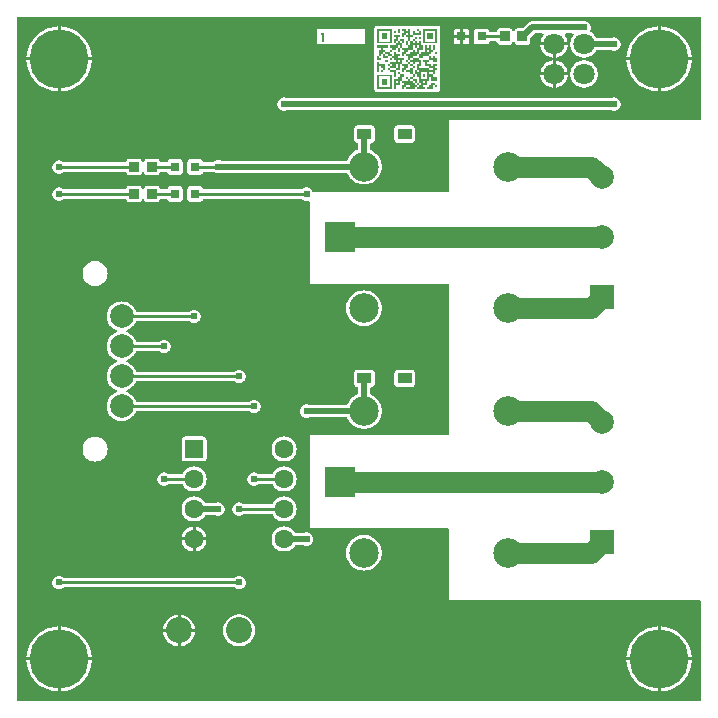
<source format=gtl>
G04 Layer: TopLayer*
G04 Panelize: , Column: 2, Row: 2, Board Size: 58.42mm x 58.42mm, Panelized Board Size: 118.84mm x 118.84mm*
G04 EasyEDA v6.5.34, 2023-10-08 21:00:45*
G04 4a59fedaa2674353ae30dd207b49eca9,5a6b42c53f6a479593ecc07194224c93,10*
G04 Gerber Generator version 0.2*
G04 Scale: 100 percent, Rotated: No, Reflected: No *
G04 Dimensions in millimeters *
G04 leading zeros omitted , absolute positions ,4 integer and 5 decimal *
%FSLAX45Y45*%
%MOMM*%

%AMMACRO1*21,1,$1,$2,0,0,$3*%
%ADD10C,0.1524*%
%ADD11C,0.2540*%
%ADD12C,1.7500*%
%ADD13C,1.7600*%
%ADD14C,0.5000*%
%ADD15MACRO1,0.864X0.8065X90.0000*%
%ADD16R,0.8000X0.8000*%
%ADD17R,1.2000X0.9500*%
%ADD18C,2.5000*%
%ADD19R,2.5000X2.5000*%
%ADD20R,2.0000X2.0000*%
%ADD21C,2.0000*%
%ADD22C,2.2000*%
%ADD23R,1.6002X1.6002*%
%ADD24C,1.6002*%
%ADD25C,5.0000*%
%ADD26C,1.8000*%
%ADD27C,0.6096*%
%ADD28C,0.0144*%

%LPD*%
G36*
X5805932Y25908D02*
G01*
X36068Y26416D01*
X32156Y27178D01*
X28905Y29413D01*
X26670Y32664D01*
X25908Y36576D01*
X25908Y5805932D01*
X26670Y5809843D01*
X28905Y5813094D01*
X32156Y5815330D01*
X36068Y5816092D01*
X2555240Y5816092D01*
X2559151Y5815330D01*
X2562402Y5813094D01*
X2564638Y5809843D01*
X2565400Y5805932D01*
X2566162Y5809843D01*
X2568397Y5813094D01*
X2571648Y5815330D01*
X2575560Y5816092D01*
X3050540Y5816092D01*
X3054451Y5815330D01*
X3057702Y5813094D01*
X3059938Y5809843D01*
X3060700Y5805932D01*
X3061462Y5809843D01*
X3063697Y5813094D01*
X3066948Y5815330D01*
X3070860Y5816092D01*
X5805932Y5816092D01*
X5809843Y5815330D01*
X5813094Y5813094D01*
X5815330Y5809843D01*
X5816092Y5805932D01*
X5816092Y4950460D01*
X5815330Y4946548D01*
X5813094Y4943297D01*
X5809843Y4941062D01*
X5805932Y4940300D01*
X3684015Y4940300D01*
X3683000Y4939284D01*
X3683000Y4340860D01*
X3682237Y4336948D01*
X3680002Y4333697D01*
X3676751Y4331462D01*
X3672840Y4330700D01*
X2538984Y4330700D01*
X2535224Y4331411D01*
X2532024Y4333494D01*
X2529789Y4336542D01*
X2525318Y4346194D01*
X2519680Y4354220D01*
X2512720Y4361180D01*
X2504694Y4366818D01*
X2495753Y4370933D01*
X2486304Y4373473D01*
X2476500Y4374337D01*
X2466695Y4373473D01*
X2457246Y4370933D01*
X2448306Y4366818D01*
X2440279Y4361180D01*
X2438704Y4359605D01*
X2435402Y4357370D01*
X2431491Y4356608D01*
X1607769Y4356608D01*
X1603756Y4357471D01*
X1600352Y4359859D01*
X1598218Y4363415D01*
X1596186Y4369206D01*
X1593088Y4374134D01*
X1589024Y4378198D01*
X1584096Y4381296D01*
X1578660Y4383176D01*
X1572310Y4383887D01*
X1493469Y4383887D01*
X1487119Y4383176D01*
X1481683Y4381296D01*
X1476756Y4378198D01*
X1472692Y4374134D01*
X1469593Y4369206D01*
X1467713Y4363770D01*
X1467002Y4357420D01*
X1467002Y4278579D01*
X1467713Y4272229D01*
X1469593Y4266793D01*
X1472692Y4261866D01*
X1476756Y4257802D01*
X1481683Y4254703D01*
X1487119Y4252823D01*
X1493469Y4252112D01*
X1572310Y4252112D01*
X1578660Y4252823D01*
X1584096Y4254703D01*
X1589024Y4257802D01*
X1593088Y4261866D01*
X1596186Y4266793D01*
X1598218Y4272584D01*
X1600352Y4276140D01*
X1603756Y4278528D01*
X1607769Y4279392D01*
X2431491Y4279392D01*
X2435402Y4278630D01*
X2438704Y4276394D01*
X2440279Y4274820D01*
X2448306Y4269181D01*
X2457246Y4265066D01*
X2466695Y4262526D01*
X2476500Y4261662D01*
X2486304Y4262526D01*
X2489098Y4263288D01*
X2492806Y4263542D01*
X2496362Y4262526D01*
X2499309Y4260240D01*
X2501239Y4257090D01*
X2501900Y4253433D01*
X2501900Y3557015D01*
X2502916Y3556000D01*
X3672840Y3556000D01*
X3676751Y3555237D01*
X3680002Y3553002D01*
X3682237Y3549751D01*
X3683000Y3545840D01*
X3683000Y2283460D01*
X3682237Y2279548D01*
X3680002Y2276297D01*
X3676751Y2274062D01*
X3672840Y2273300D01*
X2502916Y2273300D01*
X2501900Y2272284D01*
X2501900Y1486916D01*
X2502916Y1485900D01*
X3672840Y1485900D01*
X3676751Y1485138D01*
X3680002Y1482902D01*
X3682237Y1479651D01*
X3683000Y1475740D01*
X3683000Y877316D01*
X3684015Y876300D01*
X5805932Y876300D01*
X5809843Y875537D01*
X5813094Y873302D01*
X5815330Y870051D01*
X5816092Y866140D01*
X5816092Y36068D01*
X5815330Y32207D01*
X5813094Y28905D01*
X5809843Y26670D01*
G37*

%LPC*%
G36*
X3722522Y5664200D02*
G01*
X3775710Y5664200D01*
X3775710Y5717387D01*
X3748989Y5717387D01*
X3742639Y5716676D01*
X3737203Y5714796D01*
X3732276Y5711698D01*
X3728212Y5707634D01*
X3725113Y5702706D01*
X3723233Y5697270D01*
X3722522Y5690920D01*
G37*
G36*
X5448300Y105613D02*
G01*
X5448300Y368300D01*
X5185410Y368300D01*
X5187289Y346405D01*
X5191150Y323646D01*
X5196890Y301244D01*
X5204460Y279450D01*
X5213858Y258317D01*
X5224983Y238099D01*
X5237784Y218846D01*
X5252161Y200710D01*
X5267960Y183896D01*
X5285130Y168402D01*
X5303520Y154432D01*
X5323027Y142087D01*
X5343499Y131368D01*
X5364835Y122428D01*
X5386781Y115265D01*
X5409285Y109982D01*
X5432145Y106629D01*
G37*
G36*
X368300Y105613D02*
G01*
X368300Y368300D01*
X105410Y368300D01*
X107289Y346405D01*
X111150Y323646D01*
X116890Y301244D01*
X124460Y279450D01*
X133858Y258317D01*
X144983Y238099D01*
X157784Y218846D01*
X172161Y200710D01*
X187960Y183896D01*
X205130Y168402D01*
X223520Y154432D01*
X243027Y142087D01*
X263499Y131368D01*
X284835Y122428D01*
X306781Y115265D01*
X329285Y109982D01*
X352145Y106629D01*
G37*
G36*
X5473700Y393700D02*
G01*
X5736336Y393700D01*
X5735929Y404063D01*
X5733034Y427024D01*
X5728208Y449630D01*
X5721553Y471728D01*
X5713018Y493217D01*
X5702757Y513892D01*
X5690819Y533704D01*
X5677204Y552348D01*
X5662117Y569874D01*
X5645607Y586028D01*
X5627827Y600760D01*
X5608828Y613968D01*
X5588812Y625500D01*
X5567934Y635355D01*
X5546242Y643382D01*
X5523992Y649630D01*
X5501284Y653948D01*
X5478322Y656336D01*
X5473700Y656437D01*
G37*
G36*
X393700Y393700D02*
G01*
X656336Y393700D01*
X655929Y404063D01*
X653034Y427024D01*
X648208Y449630D01*
X641553Y471728D01*
X633018Y493217D01*
X622757Y513892D01*
X610819Y533704D01*
X597204Y552348D01*
X582117Y569874D01*
X565607Y586028D01*
X547827Y600760D01*
X528828Y613968D01*
X508812Y625500D01*
X487934Y635355D01*
X466242Y643382D01*
X443992Y649630D01*
X421284Y653948D01*
X398322Y656336D01*
X393700Y656437D01*
G37*
G36*
X5185410Y393700D02*
G01*
X5448300Y393700D01*
X5448300Y656386D01*
X5432145Y655370D01*
X5409285Y652018D01*
X5386781Y646734D01*
X5364835Y639572D01*
X5343499Y630631D01*
X5323027Y619912D01*
X5303520Y607568D01*
X5285130Y593598D01*
X5267960Y578104D01*
X5252161Y561289D01*
X5237784Y543153D01*
X5224983Y523900D01*
X5213858Y503682D01*
X5204460Y482549D01*
X5196890Y460756D01*
X5191150Y438353D01*
X5187289Y415594D01*
G37*
G36*
X105410Y393700D02*
G01*
X368300Y393700D01*
X368300Y656386D01*
X352145Y655370D01*
X329285Y652018D01*
X306781Y646734D01*
X284835Y639572D01*
X263499Y630631D01*
X243027Y619912D01*
X223520Y607568D01*
X205130Y593598D01*
X187960Y578104D01*
X172161Y561289D01*
X157784Y543153D01*
X144983Y523900D01*
X133858Y503682D01*
X124460Y482549D01*
X116890Y460756D01*
X111150Y438353D01*
X107289Y415594D01*
G37*
G36*
X1897075Y486664D02*
G01*
X1912924Y486664D01*
X1928622Y488492D01*
X1943963Y492099D01*
X1958848Y497535D01*
X1972970Y504596D01*
X1986127Y513283D01*
X1998268Y523443D01*
X2009089Y534974D01*
X2018538Y547624D01*
X2026412Y561289D01*
X2032711Y575818D01*
X2037232Y590956D01*
X2039975Y606501D01*
X2040889Y622300D01*
X2039975Y638098D01*
X2037232Y653643D01*
X2032711Y668782D01*
X2026412Y683310D01*
X2018538Y696976D01*
X2009089Y709625D01*
X1998268Y721156D01*
X1986127Y731316D01*
X1972970Y740003D01*
X1958848Y747064D01*
X1943963Y752500D01*
X1928622Y756107D01*
X1912924Y757936D01*
X1897075Y757936D01*
X1881378Y756107D01*
X1866036Y752500D01*
X1851152Y747064D01*
X1837029Y740003D01*
X1823872Y731316D01*
X1811731Y721156D01*
X1800910Y709625D01*
X1791462Y696976D01*
X1783588Y683310D01*
X1777288Y668782D01*
X1772767Y653643D01*
X1770024Y638098D01*
X1769110Y622300D01*
X1770024Y606501D01*
X1772767Y590956D01*
X1777288Y575818D01*
X1783588Y561289D01*
X1791462Y547624D01*
X1800910Y534974D01*
X1811731Y523443D01*
X1823872Y513283D01*
X1837029Y504596D01*
X1851152Y497535D01*
X1866036Y492099D01*
X1881378Y488492D01*
G37*
G36*
X1384300Y487222D02*
G01*
X1384300Y609600D01*
X1261872Y609600D01*
X1262024Y606501D01*
X1264767Y590956D01*
X1269288Y575818D01*
X1275588Y561289D01*
X1283462Y547624D01*
X1292910Y534974D01*
X1303731Y523443D01*
X1315872Y513283D01*
X1329029Y504596D01*
X1343152Y497535D01*
X1358036Y492099D01*
X1373378Y488492D01*
G37*
G36*
X1409700Y487222D02*
G01*
X1420622Y488492D01*
X1435963Y492099D01*
X1450848Y497535D01*
X1464970Y504596D01*
X1478127Y513283D01*
X1490268Y523443D01*
X1501089Y534974D01*
X1510538Y547624D01*
X1518412Y561289D01*
X1524711Y575818D01*
X1529232Y590956D01*
X1531975Y606501D01*
X1532128Y609600D01*
X1409700Y609600D01*
G37*
G36*
X1409700Y635000D02*
G01*
X1532128Y635000D01*
X1531975Y638098D01*
X1529232Y653643D01*
X1524711Y668782D01*
X1518412Y683310D01*
X1510538Y696976D01*
X1501089Y709625D01*
X1490268Y721156D01*
X1478127Y731316D01*
X1464970Y740003D01*
X1450848Y747064D01*
X1435963Y752500D01*
X1420622Y756107D01*
X1409700Y757377D01*
G37*
G36*
X1261872Y635000D02*
G01*
X1384300Y635000D01*
X1384300Y757377D01*
X1373378Y756107D01*
X1358036Y752500D01*
X1343152Y747064D01*
X1329029Y740003D01*
X1315872Y731316D01*
X1303731Y721156D01*
X1292910Y709625D01*
X1283462Y696976D01*
X1275588Y683310D01*
X1269288Y668782D01*
X1264767Y653643D01*
X1262024Y638098D01*
G37*
G36*
X381000Y972362D02*
G01*
X390804Y973226D01*
X400253Y975766D01*
X409194Y979881D01*
X417220Y985519D01*
X418795Y987094D01*
X422097Y989330D01*
X426008Y990092D01*
X1859991Y990092D01*
X1863902Y989330D01*
X1867204Y987094D01*
X1868779Y985519D01*
X1876806Y979881D01*
X1885746Y975766D01*
X1895195Y973226D01*
X1905000Y972362D01*
X1914804Y973226D01*
X1924253Y975766D01*
X1933193Y979881D01*
X1941220Y985519D01*
X1948180Y992479D01*
X1953818Y1000506D01*
X1957933Y1009446D01*
X1960473Y1018895D01*
X1961337Y1028700D01*
X1960473Y1038504D01*
X1957933Y1047953D01*
X1953818Y1056894D01*
X1948180Y1064920D01*
X1941220Y1071880D01*
X1933193Y1077518D01*
X1924253Y1081633D01*
X1914804Y1084173D01*
X1905000Y1085037D01*
X1895195Y1084173D01*
X1885746Y1081633D01*
X1876806Y1077518D01*
X1868779Y1071880D01*
X1867204Y1070305D01*
X1863902Y1068070D01*
X1859991Y1067308D01*
X426008Y1067308D01*
X422097Y1068070D01*
X418795Y1070305D01*
X417220Y1071880D01*
X409194Y1077518D01*
X400253Y1081633D01*
X390804Y1084173D01*
X381000Y1085037D01*
X371195Y1084173D01*
X361746Y1081633D01*
X352806Y1077518D01*
X344779Y1071880D01*
X337820Y1064920D01*
X332181Y1056894D01*
X328066Y1047953D01*
X325526Y1038504D01*
X324662Y1028700D01*
X325526Y1018895D01*
X328066Y1009446D01*
X332181Y1000506D01*
X337820Y992479D01*
X344779Y985519D01*
X352806Y979881D01*
X361746Y975766D01*
X371195Y973226D01*
G37*
G36*
X2961640Y1129284D02*
G01*
X2978505Y1130198D01*
X2995218Y1133043D01*
X3011474Y1137716D01*
X3027121Y1144219D01*
X3041904Y1152398D01*
X3055721Y1162202D01*
X3068320Y1173480D01*
X3079597Y1186078D01*
X3089402Y1199896D01*
X3097580Y1214678D01*
X3104032Y1230325D01*
X3108756Y1246581D01*
X3111550Y1263243D01*
X3112516Y1280160D01*
X3111550Y1297076D01*
X3108756Y1313738D01*
X3104032Y1329994D01*
X3097580Y1345641D01*
X3089402Y1360424D01*
X3079597Y1374241D01*
X3068320Y1386840D01*
X3055721Y1398117D01*
X3041904Y1407922D01*
X3027121Y1416100D01*
X3011474Y1422603D01*
X2995218Y1427276D01*
X2978505Y1430121D01*
X2961640Y1431036D01*
X2944723Y1430121D01*
X2928061Y1427276D01*
X2911805Y1422603D01*
X2896158Y1416100D01*
X2881376Y1407922D01*
X2867558Y1398117D01*
X2854960Y1386840D01*
X2843682Y1374241D01*
X2833878Y1360424D01*
X2825699Y1345641D01*
X2819196Y1329994D01*
X2814523Y1313738D01*
X2811678Y1297076D01*
X2810764Y1280160D01*
X2811678Y1263243D01*
X2814523Y1246581D01*
X2819196Y1230325D01*
X2825699Y1214678D01*
X2833878Y1199896D01*
X2843682Y1186078D01*
X2854960Y1173480D01*
X2867558Y1162202D01*
X2881376Y1152398D01*
X2896158Y1144219D01*
X2911805Y1137716D01*
X2928061Y1133043D01*
X2944723Y1130198D01*
G37*
G36*
X2286000Y1291082D02*
G01*
X2299817Y1291996D01*
X2313432Y1294688D01*
X2326538Y1299159D01*
X2338933Y1305306D01*
X2350465Y1312976D01*
X2360879Y1322120D01*
X2370023Y1332534D01*
X2376068Y1341577D01*
X2378303Y1344015D01*
X2381250Y1345539D01*
X2384501Y1346098D01*
X2450592Y1346098D01*
X2454910Y1345133D01*
X2457246Y1344066D01*
X2466695Y1341526D01*
X2476500Y1340662D01*
X2486304Y1341526D01*
X2495753Y1344066D01*
X2504694Y1348181D01*
X2512720Y1353820D01*
X2519680Y1360779D01*
X2525318Y1368806D01*
X2529433Y1377746D01*
X2531973Y1387195D01*
X2532837Y1397000D01*
X2531973Y1406804D01*
X2529433Y1416253D01*
X2525318Y1425194D01*
X2519680Y1433220D01*
X2512720Y1440180D01*
X2504694Y1445818D01*
X2495753Y1449933D01*
X2486304Y1452473D01*
X2476500Y1453337D01*
X2466695Y1452473D01*
X2457246Y1449933D01*
X2454859Y1448866D01*
X2450592Y1447901D01*
X2384501Y1447901D01*
X2381250Y1448460D01*
X2378303Y1449984D01*
X2376068Y1452422D01*
X2370023Y1461465D01*
X2360879Y1471879D01*
X2350465Y1481023D01*
X2338933Y1488694D01*
X2326538Y1494840D01*
X2313432Y1499311D01*
X2299817Y1502003D01*
X2286000Y1502918D01*
X2272182Y1502003D01*
X2258568Y1499311D01*
X2245461Y1494840D01*
X2233066Y1488694D01*
X2221534Y1481023D01*
X2211120Y1471879D01*
X2201976Y1461465D01*
X2194306Y1449933D01*
X2188159Y1437538D01*
X2183688Y1424432D01*
X2180996Y1410817D01*
X2180082Y1397000D01*
X2180996Y1383182D01*
X2183688Y1369568D01*
X2188159Y1356461D01*
X2194306Y1344066D01*
X2201976Y1332534D01*
X2211120Y1322120D01*
X2221534Y1312976D01*
X2233066Y1305306D01*
X2245461Y1299159D01*
X2258568Y1294688D01*
X2272182Y1291996D01*
G37*
G36*
X1536700Y1291945D02*
G01*
X1537817Y1291996D01*
X1551432Y1294688D01*
X1564538Y1299159D01*
X1576933Y1305306D01*
X1588465Y1312976D01*
X1598879Y1322120D01*
X1608023Y1332534D01*
X1615694Y1344066D01*
X1621840Y1356461D01*
X1626311Y1369568D01*
X1629003Y1383182D01*
X1629054Y1384300D01*
X1536700Y1384300D01*
G37*
G36*
X1511300Y1291945D02*
G01*
X1511300Y1384300D01*
X1418945Y1384300D01*
X1418996Y1383182D01*
X1421688Y1369568D01*
X1426159Y1356461D01*
X1432306Y1344066D01*
X1439976Y1332534D01*
X1449120Y1322120D01*
X1459534Y1312976D01*
X1471066Y1305306D01*
X1483461Y1299159D01*
X1496568Y1294688D01*
X1510182Y1291996D01*
G37*
G36*
X1418945Y1409700D02*
G01*
X1511300Y1409700D01*
X1511300Y1502054D01*
X1510182Y1502003D01*
X1496568Y1499311D01*
X1483461Y1494840D01*
X1471066Y1488694D01*
X1459534Y1481023D01*
X1449120Y1471879D01*
X1439976Y1461465D01*
X1432306Y1449933D01*
X1426159Y1437538D01*
X1421688Y1424432D01*
X1418996Y1410817D01*
G37*
G36*
X1536700Y1409700D02*
G01*
X1629054Y1409700D01*
X1629003Y1410817D01*
X1626311Y1424432D01*
X1621840Y1437538D01*
X1615694Y1449933D01*
X1608023Y1461465D01*
X1598879Y1471879D01*
X1588465Y1481023D01*
X1576933Y1488694D01*
X1564538Y1494840D01*
X1551432Y1499311D01*
X1537817Y1502003D01*
X1536700Y1502054D01*
G37*
G36*
X1524000Y1545082D02*
G01*
X1537817Y1545996D01*
X1551432Y1548688D01*
X1564538Y1553159D01*
X1576933Y1559306D01*
X1588465Y1566976D01*
X1598879Y1576120D01*
X1608023Y1586534D01*
X1614068Y1595577D01*
X1616303Y1598015D01*
X1619250Y1599539D01*
X1622501Y1600098D01*
X1701292Y1600098D01*
X1705610Y1599133D01*
X1707946Y1598066D01*
X1717395Y1595526D01*
X1727200Y1594662D01*
X1737004Y1595526D01*
X1746453Y1598066D01*
X1755393Y1602181D01*
X1763420Y1607820D01*
X1770380Y1614779D01*
X1776018Y1622806D01*
X1780133Y1631746D01*
X1782673Y1641195D01*
X1783537Y1651000D01*
X1782673Y1660804D01*
X1780133Y1670253D01*
X1776018Y1679193D01*
X1770380Y1687220D01*
X1763420Y1694180D01*
X1755393Y1699818D01*
X1746453Y1703933D01*
X1737004Y1706473D01*
X1727200Y1707337D01*
X1717395Y1706473D01*
X1707946Y1703933D01*
X1705559Y1702866D01*
X1701292Y1701901D01*
X1622501Y1701901D01*
X1619250Y1702460D01*
X1616303Y1703984D01*
X1614068Y1706422D01*
X1608023Y1715465D01*
X1598879Y1725879D01*
X1588465Y1735023D01*
X1576933Y1742693D01*
X1564538Y1748840D01*
X1551432Y1753311D01*
X1537817Y1756003D01*
X1524000Y1756918D01*
X1510182Y1756003D01*
X1496568Y1753311D01*
X1483461Y1748840D01*
X1471066Y1742693D01*
X1459534Y1735023D01*
X1449120Y1725879D01*
X1439976Y1715465D01*
X1432306Y1703933D01*
X1426159Y1691538D01*
X1421688Y1678432D01*
X1418996Y1664817D01*
X1418082Y1651000D01*
X1418996Y1637182D01*
X1421688Y1623568D01*
X1426159Y1610461D01*
X1432306Y1598066D01*
X1439976Y1586534D01*
X1449120Y1576120D01*
X1459534Y1566976D01*
X1471066Y1559306D01*
X1483461Y1553159D01*
X1496568Y1548688D01*
X1510182Y1545996D01*
G37*
G36*
X2286000Y1545082D02*
G01*
X2299817Y1545996D01*
X2313432Y1548688D01*
X2326538Y1553159D01*
X2338933Y1559306D01*
X2350465Y1566976D01*
X2360879Y1576120D01*
X2370023Y1586534D01*
X2377694Y1598066D01*
X2383840Y1610461D01*
X2388311Y1623568D01*
X2391003Y1637182D01*
X2391918Y1651000D01*
X2391003Y1664817D01*
X2388311Y1678432D01*
X2383840Y1691538D01*
X2377694Y1703933D01*
X2370023Y1715465D01*
X2360879Y1725879D01*
X2350465Y1735023D01*
X2338933Y1742693D01*
X2326538Y1748840D01*
X2313432Y1753311D01*
X2299817Y1756003D01*
X2286000Y1756918D01*
X2272182Y1756003D01*
X2258568Y1753311D01*
X2245461Y1748840D01*
X2233066Y1742693D01*
X2221534Y1735023D01*
X2211120Y1725879D01*
X2201976Y1715465D01*
X2194306Y1703933D01*
X2190038Y1695297D01*
X2187752Y1692300D01*
X2184603Y1690319D01*
X2180894Y1689607D01*
X1950008Y1689607D01*
X1946097Y1690370D01*
X1942795Y1692605D01*
X1941220Y1694180D01*
X1933193Y1699818D01*
X1924253Y1703933D01*
X1914804Y1706473D01*
X1905000Y1707337D01*
X1895195Y1706473D01*
X1885746Y1703933D01*
X1876806Y1699818D01*
X1868779Y1694180D01*
X1861820Y1687220D01*
X1856181Y1679193D01*
X1852066Y1670253D01*
X1849526Y1660804D01*
X1848662Y1651000D01*
X1849526Y1641195D01*
X1852066Y1631746D01*
X1856181Y1622806D01*
X1861820Y1614779D01*
X1868779Y1607820D01*
X1876806Y1602181D01*
X1885746Y1598066D01*
X1895195Y1595526D01*
X1905000Y1594662D01*
X1914804Y1595526D01*
X1924253Y1598066D01*
X1933193Y1602181D01*
X1941220Y1607820D01*
X1942795Y1609394D01*
X1946097Y1611630D01*
X1950008Y1612392D01*
X2180894Y1612392D01*
X2184603Y1611680D01*
X2187752Y1609699D01*
X2190038Y1606702D01*
X2194306Y1598066D01*
X2201976Y1586534D01*
X2211120Y1576120D01*
X2221534Y1566976D01*
X2233066Y1559306D01*
X2245461Y1553159D01*
X2258568Y1548688D01*
X2272182Y1545996D01*
G37*
G36*
X1524000Y1799082D02*
G01*
X1537817Y1799996D01*
X1551432Y1802688D01*
X1564538Y1807159D01*
X1576933Y1813306D01*
X1588465Y1820976D01*
X1598879Y1830120D01*
X1608023Y1840534D01*
X1615694Y1852066D01*
X1621840Y1864461D01*
X1626311Y1877568D01*
X1629003Y1891182D01*
X1629918Y1905000D01*
X1629003Y1918817D01*
X1626311Y1932432D01*
X1621840Y1945538D01*
X1615694Y1957933D01*
X1608023Y1969465D01*
X1598879Y1979879D01*
X1588465Y1989023D01*
X1576933Y1996693D01*
X1564538Y2002840D01*
X1551432Y2007311D01*
X1537817Y2010003D01*
X1524000Y2010918D01*
X1510182Y2010003D01*
X1496568Y2007311D01*
X1483461Y2002840D01*
X1471066Y1996693D01*
X1459534Y1989023D01*
X1449120Y1979879D01*
X1439976Y1969465D01*
X1432306Y1957933D01*
X1428038Y1949297D01*
X1425752Y1946300D01*
X1422603Y1944319D01*
X1418894Y1943607D01*
X1315008Y1943607D01*
X1311097Y1944370D01*
X1307795Y1946605D01*
X1306220Y1948180D01*
X1298194Y1953818D01*
X1289253Y1957933D01*
X1279804Y1960473D01*
X1270000Y1961337D01*
X1260195Y1960473D01*
X1250746Y1957933D01*
X1241806Y1953818D01*
X1233779Y1948180D01*
X1226820Y1941220D01*
X1221181Y1933193D01*
X1217066Y1924253D01*
X1214526Y1914804D01*
X1213662Y1905000D01*
X1214526Y1895195D01*
X1217066Y1885746D01*
X1221181Y1876806D01*
X1226820Y1868779D01*
X1233779Y1861820D01*
X1241806Y1856181D01*
X1250746Y1852066D01*
X1260195Y1849526D01*
X1270000Y1848662D01*
X1279804Y1849526D01*
X1289253Y1852066D01*
X1298194Y1856181D01*
X1306220Y1861820D01*
X1307795Y1863394D01*
X1311097Y1865630D01*
X1315008Y1866392D01*
X1418894Y1866392D01*
X1422603Y1865680D01*
X1425752Y1863699D01*
X1428038Y1860702D01*
X1432306Y1852066D01*
X1439976Y1840534D01*
X1449120Y1830120D01*
X1459534Y1820976D01*
X1471066Y1813306D01*
X1483461Y1807159D01*
X1496568Y1802688D01*
X1510182Y1799996D01*
G37*
G36*
X2286000Y1799082D02*
G01*
X2299817Y1799996D01*
X2313432Y1802688D01*
X2326538Y1807159D01*
X2338933Y1813306D01*
X2350465Y1820976D01*
X2360879Y1830120D01*
X2370023Y1840534D01*
X2377694Y1852066D01*
X2383840Y1864461D01*
X2388311Y1877568D01*
X2391003Y1891182D01*
X2391918Y1905000D01*
X2391003Y1918817D01*
X2388311Y1932432D01*
X2383840Y1945538D01*
X2377694Y1957933D01*
X2370023Y1969465D01*
X2360879Y1979879D01*
X2350465Y1989023D01*
X2338933Y1996693D01*
X2326538Y2002840D01*
X2313432Y2007311D01*
X2299817Y2010003D01*
X2286000Y2010918D01*
X2272182Y2010003D01*
X2258568Y2007311D01*
X2245461Y2002840D01*
X2233066Y1996693D01*
X2221534Y1989023D01*
X2211120Y1979879D01*
X2201976Y1969465D01*
X2194306Y1957933D01*
X2190038Y1949297D01*
X2187752Y1946300D01*
X2184603Y1944319D01*
X2180894Y1943607D01*
X2077008Y1943607D01*
X2073097Y1944370D01*
X2069795Y1946605D01*
X2068220Y1948180D01*
X2060193Y1953818D01*
X2051253Y1957933D01*
X2041804Y1960473D01*
X2032000Y1961337D01*
X2022195Y1960473D01*
X2012746Y1957933D01*
X2003806Y1953818D01*
X1995779Y1948180D01*
X1988820Y1941220D01*
X1983181Y1933193D01*
X1979066Y1924253D01*
X1976526Y1914804D01*
X1975662Y1905000D01*
X1976526Y1895195D01*
X1979066Y1885746D01*
X1983181Y1876806D01*
X1988820Y1868779D01*
X1995779Y1861820D01*
X2003806Y1856181D01*
X2012746Y1852066D01*
X2022195Y1849526D01*
X2032000Y1848662D01*
X2041804Y1849526D01*
X2051253Y1852066D01*
X2060193Y1856181D01*
X2068220Y1861820D01*
X2069795Y1863394D01*
X2073097Y1865630D01*
X2076957Y1866392D01*
X2180894Y1866392D01*
X2184603Y1865680D01*
X2187752Y1863699D01*
X2190038Y1860702D01*
X2194306Y1852066D01*
X2201976Y1840534D01*
X2211120Y1830120D01*
X2221534Y1820976D01*
X2233066Y1813306D01*
X2245461Y1807159D01*
X2258568Y1802688D01*
X2272182Y1799996D01*
G37*
G36*
X685800Y2051913D02*
G01*
X699617Y2052828D01*
X713181Y2055520D01*
X726338Y2059990D01*
X738733Y2066086D01*
X750265Y2073808D01*
X760679Y2082952D01*
X769823Y2093366D01*
X777494Y2104847D01*
X783640Y2117293D01*
X788060Y2130399D01*
X790803Y2143963D01*
X791667Y2157780D01*
X790803Y2171649D01*
X788060Y2185212D01*
X783640Y2198319D01*
X777494Y2210765D01*
X769823Y2222246D01*
X760679Y2232660D01*
X750265Y2241804D01*
X738733Y2249525D01*
X726338Y2255621D01*
X713181Y2260092D01*
X699617Y2262784D01*
X685800Y2263698D01*
X671982Y2262784D01*
X658418Y2260092D01*
X645261Y2255621D01*
X632866Y2249525D01*
X621334Y2241804D01*
X610920Y2232660D01*
X601776Y2222246D01*
X594106Y2210765D01*
X587959Y2198319D01*
X583539Y2185212D01*
X580796Y2171649D01*
X579932Y2157780D01*
X580796Y2143963D01*
X583539Y2130399D01*
X587959Y2117293D01*
X594106Y2104847D01*
X601776Y2093366D01*
X610920Y2082952D01*
X621334Y2073808D01*
X632866Y2066086D01*
X645261Y2059990D01*
X658418Y2055520D01*
X671982Y2052828D01*
G37*
G36*
X2286000Y2053082D02*
G01*
X2299817Y2053996D01*
X2313432Y2056688D01*
X2326538Y2061159D01*
X2338933Y2067306D01*
X2350465Y2074976D01*
X2360879Y2084120D01*
X2370023Y2094534D01*
X2377694Y2106066D01*
X2383840Y2118461D01*
X2388311Y2131568D01*
X2391003Y2145182D01*
X2391918Y2159000D01*
X2391003Y2172817D01*
X2388311Y2186432D01*
X2383840Y2199538D01*
X2377694Y2211933D01*
X2370023Y2223465D01*
X2360879Y2233879D01*
X2350465Y2243023D01*
X2338933Y2250694D01*
X2326538Y2256840D01*
X2313432Y2261311D01*
X2299817Y2264003D01*
X2286000Y2264918D01*
X2272182Y2264003D01*
X2258568Y2261311D01*
X2245461Y2256840D01*
X2233066Y2250694D01*
X2221534Y2243023D01*
X2211120Y2233879D01*
X2201976Y2223465D01*
X2194306Y2211933D01*
X2188159Y2199538D01*
X2183688Y2186432D01*
X2180996Y2172817D01*
X2180082Y2159000D01*
X2180996Y2145182D01*
X2183688Y2131568D01*
X2188159Y2118461D01*
X2194306Y2106066D01*
X2201976Y2094534D01*
X2211120Y2084120D01*
X2221534Y2074976D01*
X2233066Y2067306D01*
X2245461Y2061159D01*
X2258568Y2056688D01*
X2272182Y2053996D01*
G37*
G36*
X1444548Y2053082D02*
G01*
X1603451Y2053082D01*
X1609750Y2053793D01*
X1615236Y2055723D01*
X1620113Y2058771D01*
X1624228Y2062886D01*
X1627276Y2067763D01*
X1629206Y2073249D01*
X1629918Y2079548D01*
X1629918Y2238451D01*
X1629206Y2244750D01*
X1627276Y2250236D01*
X1624228Y2255113D01*
X1620113Y2259228D01*
X1615236Y2262276D01*
X1609750Y2264206D01*
X1603451Y2264918D01*
X1444548Y2264918D01*
X1438249Y2264206D01*
X1432763Y2262276D01*
X1427886Y2259228D01*
X1423771Y2255113D01*
X1420723Y2250236D01*
X1418793Y2244750D01*
X1418082Y2238451D01*
X1418082Y2079548D01*
X1418793Y2073249D01*
X1420723Y2067763D01*
X1423771Y2062886D01*
X1427886Y2058771D01*
X1432763Y2055723D01*
X1438249Y2053793D01*
G37*
G36*
X2961640Y2329281D02*
G01*
X2978505Y2330196D01*
X2995218Y2333040D01*
X3011474Y2337714D01*
X3027121Y2344216D01*
X3041904Y2352395D01*
X3055721Y2362200D01*
X3068320Y2373477D01*
X3079597Y2386076D01*
X3089402Y2399893D01*
X3097580Y2414676D01*
X3104032Y2430322D01*
X3108756Y2446578D01*
X3111550Y2463241D01*
X3112516Y2480157D01*
X3111550Y2497074D01*
X3108756Y2513736D01*
X3104032Y2529992D01*
X3097580Y2545638D01*
X3089402Y2560421D01*
X3079597Y2574239D01*
X3068320Y2586837D01*
X3055721Y2598115D01*
X3041904Y2607919D01*
X3027121Y2616098D01*
X3024073Y2617368D01*
X3020771Y2619552D01*
X3018586Y2622854D01*
X3017824Y2626766D01*
X3017824Y2672435D01*
X3018485Y2676093D01*
X3020364Y2679242D01*
X3023311Y2681478D01*
X3026816Y2682544D01*
X3032658Y2683205D01*
X3038094Y2685135D01*
X3043021Y2688183D01*
X3047085Y2692298D01*
X3050184Y2697175D01*
X3052114Y2702661D01*
X3052826Y2708960D01*
X3052826Y2802839D01*
X3052114Y2809138D01*
X3050184Y2814624D01*
X3047085Y2819501D01*
X3043021Y2823616D01*
X3038094Y2826664D01*
X3032658Y2828594D01*
X3026308Y2829306D01*
X2907487Y2829306D01*
X2901137Y2828594D01*
X2895701Y2826664D01*
X2890774Y2823616D01*
X2886710Y2819501D01*
X2883611Y2814624D01*
X2881680Y2809138D01*
X2880969Y2802839D01*
X2880969Y2708960D01*
X2881680Y2702661D01*
X2883611Y2697175D01*
X2886710Y2692298D01*
X2890774Y2688183D01*
X2895701Y2685135D01*
X2901137Y2683205D01*
X2906979Y2682544D01*
X2910484Y2681478D01*
X2913430Y2679242D01*
X2915310Y2676093D01*
X2915970Y2672435D01*
X2915970Y2631084D01*
X2915208Y2627223D01*
X2913024Y2623921D01*
X2909722Y2621737D01*
X2896158Y2616098D01*
X2881376Y2607919D01*
X2867558Y2598115D01*
X2854960Y2586837D01*
X2843682Y2574239D01*
X2833878Y2560421D01*
X2825699Y2545638D01*
X2822194Y2537256D01*
X2820009Y2533954D01*
X2816707Y2531719D01*
X2812796Y2530957D01*
X2502611Y2530957D01*
X2498344Y2531922D01*
X2495753Y2533091D01*
X2486304Y2535631D01*
X2476500Y2536494D01*
X2466695Y2535631D01*
X2457246Y2533091D01*
X2448306Y2528976D01*
X2440279Y2523337D01*
X2433320Y2516378D01*
X2427681Y2508351D01*
X2423566Y2499410D01*
X2421026Y2489962D01*
X2420162Y2480157D01*
X2421026Y2470353D01*
X2423566Y2460904D01*
X2427681Y2451963D01*
X2433320Y2443937D01*
X2440279Y2436977D01*
X2448306Y2431338D01*
X2457246Y2427224D01*
X2466695Y2424684D01*
X2476500Y2423820D01*
X2486304Y2424684D01*
X2495753Y2427224D01*
X2497886Y2428189D01*
X2502204Y2429154D01*
X2812897Y2429154D01*
X2816809Y2428392D01*
X2820111Y2426157D01*
X2822295Y2422855D01*
X2825699Y2414676D01*
X2833878Y2399893D01*
X2843682Y2386076D01*
X2854960Y2373477D01*
X2867558Y2362200D01*
X2881376Y2352395D01*
X2896158Y2344216D01*
X2911805Y2337714D01*
X2928061Y2333040D01*
X2944723Y2330196D01*
G37*
G36*
X910793Y2394458D02*
G01*
X925982Y2395372D01*
X940917Y2398115D01*
X955446Y2402636D01*
X969314Y2408885D01*
X982319Y2416708D01*
X994308Y2426106D01*
X1005027Y2436876D01*
X1014425Y2448814D01*
X1022299Y2461818D01*
X1028598Y2475839D01*
X1030833Y2478989D01*
X1034034Y2481122D01*
X1037844Y2481834D01*
X1986889Y2481834D01*
X1990801Y2481072D01*
X1994103Y2478836D01*
X1995779Y2477160D01*
X2003806Y2471521D01*
X2012746Y2467406D01*
X2022195Y2464866D01*
X2032000Y2464003D01*
X2041804Y2464866D01*
X2051253Y2467406D01*
X2060193Y2471521D01*
X2068220Y2477160D01*
X2075180Y2484120D01*
X2080818Y2492146D01*
X2084933Y2501087D01*
X2087473Y2510536D01*
X2088337Y2520340D01*
X2087473Y2530144D01*
X2084933Y2539593D01*
X2080818Y2548534D01*
X2075180Y2556560D01*
X2068220Y2563520D01*
X2060193Y2569159D01*
X2051253Y2573274D01*
X2041804Y2575814D01*
X2032000Y2576677D01*
X2022195Y2575814D01*
X2012746Y2573274D01*
X2003806Y2569159D01*
X1995779Y2563520D01*
X1994306Y2562047D01*
X1991004Y2559812D01*
X1987092Y2559050D01*
X1037742Y2559050D01*
X1033983Y2559761D01*
X1030732Y2561894D01*
X1028496Y2565044D01*
X1022299Y2578811D01*
X1014425Y2591866D01*
X1005027Y2603804D01*
X994308Y2614574D01*
X982319Y2623921D01*
X969314Y2631795D01*
X955395Y2638044D01*
X952246Y2640279D01*
X950112Y2643530D01*
X949401Y2647340D01*
X950112Y2651150D01*
X952246Y2654350D01*
X955395Y2656586D01*
X969314Y2662885D01*
X982319Y2670708D01*
X994308Y2680106D01*
X1005027Y2690876D01*
X1014425Y2702814D01*
X1022299Y2715818D01*
X1028547Y2729738D01*
X1030782Y2732887D01*
X1034034Y2735021D01*
X1037793Y2735732D01*
X1859991Y2735732D01*
X1863902Y2734970D01*
X1867204Y2732735D01*
X1868779Y2731160D01*
X1876806Y2725521D01*
X1885746Y2721406D01*
X1895195Y2718866D01*
X1905000Y2718003D01*
X1914804Y2718866D01*
X1924253Y2721406D01*
X1933193Y2725521D01*
X1941220Y2731160D01*
X1948180Y2738120D01*
X1953818Y2746146D01*
X1957933Y2755087D01*
X1960473Y2764536D01*
X1961337Y2774340D01*
X1960473Y2784144D01*
X1957933Y2793593D01*
X1953818Y2802534D01*
X1948180Y2810560D01*
X1941220Y2817520D01*
X1933193Y2823159D01*
X1924253Y2827274D01*
X1914804Y2829814D01*
X1905000Y2830677D01*
X1895195Y2829814D01*
X1885746Y2827274D01*
X1876806Y2823159D01*
X1868779Y2817520D01*
X1867204Y2815945D01*
X1863902Y2813710D01*
X1859991Y2812948D01*
X1037793Y2812948D01*
X1033983Y2813659D01*
X1030782Y2815793D01*
X1028547Y2818942D01*
X1022299Y2832811D01*
X1014425Y2845866D01*
X1005027Y2857804D01*
X994308Y2868574D01*
X982319Y2877921D01*
X969314Y2885795D01*
X955395Y2892044D01*
X952246Y2894279D01*
X950112Y2897530D01*
X949401Y2901340D01*
X950112Y2905150D01*
X952246Y2908350D01*
X955395Y2910586D01*
X969314Y2916885D01*
X982319Y2924708D01*
X994308Y2934106D01*
X1005027Y2944876D01*
X1014425Y2956814D01*
X1022299Y2969818D01*
X1028547Y2983738D01*
X1030782Y2986887D01*
X1034034Y2989021D01*
X1037793Y2989732D01*
X1224991Y2989732D01*
X1228902Y2988970D01*
X1232204Y2986735D01*
X1233779Y2985160D01*
X1241806Y2979521D01*
X1250746Y2975406D01*
X1260195Y2972866D01*
X1270000Y2972003D01*
X1279804Y2972866D01*
X1289253Y2975406D01*
X1298194Y2979521D01*
X1306220Y2985160D01*
X1313180Y2992120D01*
X1318818Y3000146D01*
X1322933Y3009087D01*
X1325473Y3018536D01*
X1326337Y3028340D01*
X1325473Y3038144D01*
X1322933Y3047593D01*
X1318818Y3056534D01*
X1313180Y3064560D01*
X1306220Y3071520D01*
X1298194Y3077159D01*
X1289253Y3081274D01*
X1279804Y3083814D01*
X1270000Y3084677D01*
X1260195Y3083814D01*
X1250746Y3081274D01*
X1241806Y3077159D01*
X1233779Y3071520D01*
X1232204Y3069945D01*
X1228902Y3067710D01*
X1224991Y3066948D01*
X1037793Y3066948D01*
X1033983Y3067659D01*
X1030782Y3069793D01*
X1028547Y3072942D01*
X1022299Y3086811D01*
X1014425Y3099866D01*
X1005027Y3111804D01*
X994308Y3122574D01*
X982319Y3131921D01*
X969314Y3139795D01*
X955395Y3146044D01*
X952246Y3148279D01*
X950112Y3151530D01*
X949401Y3155340D01*
X950112Y3159150D01*
X952246Y3162350D01*
X955395Y3164586D01*
X969314Y3170885D01*
X982319Y3178708D01*
X994308Y3188106D01*
X1005027Y3198876D01*
X1014425Y3210814D01*
X1022299Y3223818D01*
X1028598Y3237839D01*
X1030833Y3240989D01*
X1034034Y3243122D01*
X1037844Y3243834D01*
X1478940Y3243834D01*
X1482801Y3243072D01*
X1486103Y3240836D01*
X1487779Y3239160D01*
X1495806Y3233521D01*
X1504746Y3229406D01*
X1514195Y3226866D01*
X1524000Y3226003D01*
X1533804Y3226866D01*
X1543253Y3229406D01*
X1552194Y3233521D01*
X1560220Y3239160D01*
X1567180Y3246120D01*
X1572818Y3254146D01*
X1576933Y3263087D01*
X1579473Y3272536D01*
X1580337Y3282340D01*
X1579473Y3292144D01*
X1576933Y3301593D01*
X1572818Y3310534D01*
X1567180Y3318560D01*
X1560220Y3325520D01*
X1552194Y3331159D01*
X1543253Y3335274D01*
X1533804Y3337814D01*
X1524000Y3338677D01*
X1514195Y3337814D01*
X1504746Y3335274D01*
X1495806Y3331159D01*
X1487779Y3325520D01*
X1486306Y3324047D01*
X1483004Y3321812D01*
X1479092Y3321050D01*
X1037742Y3321050D01*
X1033983Y3321761D01*
X1030732Y3323894D01*
X1028496Y3327044D01*
X1022299Y3340811D01*
X1014425Y3353866D01*
X1005027Y3365804D01*
X994308Y3376574D01*
X982319Y3385921D01*
X969314Y3393795D01*
X955446Y3400044D01*
X940917Y3404565D01*
X925982Y3407308D01*
X910793Y3408222D01*
X895654Y3407308D01*
X880668Y3404565D01*
X866190Y3400044D01*
X852322Y3393795D01*
X839317Y3385921D01*
X827328Y3376574D01*
X816559Y3365804D01*
X807212Y3353866D01*
X799338Y3340811D01*
X793089Y3326993D01*
X788568Y3312464D01*
X785825Y3297529D01*
X784910Y3282340D01*
X785825Y3267151D01*
X788568Y3252215D01*
X793089Y3237687D01*
X799338Y3223818D01*
X807212Y3210814D01*
X816559Y3198876D01*
X827328Y3188106D01*
X839317Y3178708D01*
X852322Y3170885D01*
X866241Y3164586D01*
X869391Y3162350D01*
X871474Y3159150D01*
X872236Y3155340D01*
X871474Y3151530D01*
X869391Y3148279D01*
X866241Y3146044D01*
X852322Y3139795D01*
X839317Y3131921D01*
X827328Y3122574D01*
X816559Y3111804D01*
X807212Y3099866D01*
X799338Y3086811D01*
X793089Y3072993D01*
X788568Y3058464D01*
X785825Y3043529D01*
X784910Y3028340D01*
X785825Y3013151D01*
X788568Y2998216D01*
X793089Y2983687D01*
X799338Y2969818D01*
X807212Y2956814D01*
X816559Y2944876D01*
X827328Y2934106D01*
X839317Y2924708D01*
X852322Y2916885D01*
X866241Y2910586D01*
X869391Y2908350D01*
X871474Y2905150D01*
X872236Y2901340D01*
X871474Y2897530D01*
X869391Y2894279D01*
X866241Y2892044D01*
X852322Y2885795D01*
X839317Y2877921D01*
X827328Y2868574D01*
X816559Y2857804D01*
X807212Y2845866D01*
X799338Y2832811D01*
X793089Y2818993D01*
X788568Y2804464D01*
X785825Y2789529D01*
X784910Y2774340D01*
X785825Y2759151D01*
X788568Y2744216D01*
X793089Y2729687D01*
X799338Y2715818D01*
X807212Y2702814D01*
X816559Y2690876D01*
X827328Y2680106D01*
X839317Y2670708D01*
X852322Y2662885D01*
X866241Y2656586D01*
X869391Y2654350D01*
X871474Y2651150D01*
X872236Y2647340D01*
X871474Y2643530D01*
X869391Y2640279D01*
X866241Y2638044D01*
X852322Y2631795D01*
X839317Y2623921D01*
X827328Y2614574D01*
X816559Y2603804D01*
X807212Y2591866D01*
X799338Y2578811D01*
X793089Y2564993D01*
X788568Y2550464D01*
X785825Y2535529D01*
X784910Y2520340D01*
X785825Y2505151D01*
X788568Y2490216D01*
X793089Y2475687D01*
X799338Y2461818D01*
X807212Y2448814D01*
X816559Y2436876D01*
X827328Y2426106D01*
X839317Y2416708D01*
X852322Y2408885D01*
X866190Y2402636D01*
X880668Y2398115D01*
X895654Y2395372D01*
G37*
G36*
X3247491Y2682494D02*
G01*
X3366312Y2682494D01*
X3372662Y2683205D01*
X3378098Y2685135D01*
X3383026Y2688183D01*
X3387090Y2692298D01*
X3390188Y2697175D01*
X3392119Y2702661D01*
X3392830Y2708960D01*
X3392830Y2802839D01*
X3392119Y2809138D01*
X3390188Y2814624D01*
X3387090Y2819501D01*
X3383026Y2823616D01*
X3378098Y2826664D01*
X3372662Y2828594D01*
X3366312Y2829306D01*
X3247491Y2829306D01*
X3241141Y2828594D01*
X3235706Y2826664D01*
X3230778Y2823616D01*
X3226714Y2819501D01*
X3223615Y2814624D01*
X3221685Y2809138D01*
X3220974Y2802839D01*
X3220974Y2708960D01*
X3221685Y2702661D01*
X3223615Y2697175D01*
X3226714Y2692298D01*
X3230778Y2688183D01*
X3235706Y2685135D01*
X3241141Y2683205D01*
G37*
G36*
X393700Y105562D02*
G01*
X398322Y105664D01*
X421284Y108051D01*
X443992Y112369D01*
X466242Y118618D01*
X487934Y126644D01*
X508812Y136499D01*
X528828Y148031D01*
X547827Y161239D01*
X565607Y175971D01*
X582117Y192125D01*
X597204Y209600D01*
X610819Y228295D01*
X622757Y248107D01*
X633018Y268782D01*
X641553Y290271D01*
X648208Y312369D01*
X653034Y334975D01*
X655929Y357936D01*
X656336Y368300D01*
X393700Y368300D01*
G37*
G36*
X685800Y3539032D02*
G01*
X699617Y3539896D01*
X713181Y3542639D01*
X726338Y3547059D01*
X738733Y3553206D01*
X750265Y3560876D01*
X760679Y3570020D01*
X769823Y3580434D01*
X777494Y3591966D01*
X783640Y3604361D01*
X788060Y3617518D01*
X790803Y3631082D01*
X791667Y3644900D01*
X790803Y3658717D01*
X788060Y3672281D01*
X783640Y3685438D01*
X777494Y3697833D01*
X769823Y3709365D01*
X760679Y3719779D01*
X750265Y3728923D01*
X738733Y3736594D01*
X726338Y3742740D01*
X713181Y3747160D01*
X699617Y3749903D01*
X685800Y3750767D01*
X671982Y3749903D01*
X658418Y3747160D01*
X645261Y3742740D01*
X632866Y3736594D01*
X621334Y3728923D01*
X610920Y3719779D01*
X601776Y3709365D01*
X594106Y3697833D01*
X587959Y3685438D01*
X583539Y3672281D01*
X580796Y3658717D01*
X579932Y3644900D01*
X580796Y3631082D01*
X583539Y3617518D01*
X587959Y3604361D01*
X594106Y3591966D01*
X601776Y3580434D01*
X610920Y3570020D01*
X621334Y3560876D01*
X632866Y3553206D01*
X645261Y3547059D01*
X658418Y3542639D01*
X671982Y3539896D01*
G37*
G36*
X977137Y4248912D02*
G01*
X1056640Y4248912D01*
X1062939Y4249623D01*
X1068425Y4251502D01*
X1073302Y4254601D01*
X1077417Y4258665D01*
X1080465Y4263593D01*
X1082598Y4269638D01*
X1084732Y4273194D01*
X1088136Y4275632D01*
X1092200Y4276445D01*
X1096264Y4275632D01*
X1099667Y4273194D01*
X1101801Y4269638D01*
X1103934Y4263593D01*
X1106982Y4258665D01*
X1111097Y4254601D01*
X1115974Y4251502D01*
X1121460Y4249623D01*
X1127760Y4248912D01*
X1207262Y4248912D01*
X1213612Y4249623D01*
X1219047Y4251502D01*
X1223975Y4254601D01*
X1228039Y4258665D01*
X1231138Y4263593D01*
X1233068Y4269028D01*
X1234236Y4273905D01*
X1236522Y4276801D01*
X1239672Y4278731D01*
X1243279Y4279392D01*
X1287830Y4279392D01*
X1291844Y4278528D01*
X1295247Y4276140D01*
X1297381Y4272584D01*
X1299413Y4266793D01*
X1302512Y4261866D01*
X1306576Y4257802D01*
X1311503Y4254703D01*
X1316939Y4252823D01*
X1323289Y4252112D01*
X1402130Y4252112D01*
X1408480Y4252823D01*
X1413916Y4254703D01*
X1418844Y4257802D01*
X1422908Y4261866D01*
X1426006Y4266793D01*
X1427886Y4272229D01*
X1428597Y4278579D01*
X1428597Y4357420D01*
X1427886Y4363770D01*
X1426006Y4369206D01*
X1422908Y4374134D01*
X1418844Y4378198D01*
X1413916Y4381296D01*
X1408480Y4383176D01*
X1402130Y4383887D01*
X1323289Y4383887D01*
X1316939Y4383176D01*
X1311503Y4381296D01*
X1306576Y4378198D01*
X1302512Y4374134D01*
X1299413Y4369206D01*
X1297381Y4363415D01*
X1295247Y4359859D01*
X1291844Y4357471D01*
X1287830Y4356608D01*
X1243279Y4356608D01*
X1239672Y4357268D01*
X1236522Y4359198D01*
X1234236Y4362094D01*
X1233068Y4366971D01*
X1231138Y4372406D01*
X1228039Y4377334D01*
X1223975Y4381398D01*
X1219047Y4384497D01*
X1213612Y4386376D01*
X1207262Y4387088D01*
X1127760Y4387088D01*
X1121460Y4386376D01*
X1115974Y4384497D01*
X1111097Y4381398D01*
X1106982Y4377334D01*
X1103934Y4372406D01*
X1101801Y4366361D01*
X1099667Y4362805D01*
X1096264Y4360367D01*
X1092200Y4359554D01*
X1088136Y4360367D01*
X1084732Y4362805D01*
X1082598Y4366361D01*
X1080465Y4372406D01*
X1077417Y4377334D01*
X1073302Y4381398D01*
X1068425Y4384497D01*
X1062939Y4386376D01*
X1056640Y4387088D01*
X977137Y4387088D01*
X970787Y4386376D01*
X965352Y4384497D01*
X960424Y4381398D01*
X956360Y4377334D01*
X953262Y4372406D01*
X951331Y4366971D01*
X950163Y4362094D01*
X947877Y4359198D01*
X944727Y4357268D01*
X941120Y4356608D01*
X426008Y4356608D01*
X422097Y4357370D01*
X418795Y4359605D01*
X417220Y4361180D01*
X409194Y4366818D01*
X400253Y4370933D01*
X390804Y4373473D01*
X381000Y4374337D01*
X371195Y4373473D01*
X361746Y4370933D01*
X352806Y4366818D01*
X344779Y4361180D01*
X337820Y4354220D01*
X332181Y4346194D01*
X328066Y4337253D01*
X325526Y4327804D01*
X324662Y4318000D01*
X325526Y4308195D01*
X328066Y4298746D01*
X332181Y4289806D01*
X337820Y4281779D01*
X344779Y4274820D01*
X352806Y4269181D01*
X361746Y4265066D01*
X371195Y4262526D01*
X381000Y4261662D01*
X390804Y4262526D01*
X400253Y4265066D01*
X409194Y4269181D01*
X417220Y4274820D01*
X418795Y4276394D01*
X422097Y4278630D01*
X426008Y4279392D01*
X941120Y4279392D01*
X944727Y4278731D01*
X947877Y4276801D01*
X950163Y4273905D01*
X951331Y4269028D01*
X953262Y4263593D01*
X956360Y4258665D01*
X960424Y4254601D01*
X965352Y4251502D01*
X970787Y4249623D01*
G37*
G36*
X5473700Y105562D02*
G01*
X5478322Y105664D01*
X5501284Y108051D01*
X5523992Y112369D01*
X5546242Y118618D01*
X5567934Y126644D01*
X5588812Y136499D01*
X5608828Y148031D01*
X5627827Y161239D01*
X5645607Y175971D01*
X5662117Y192125D01*
X5677204Y209600D01*
X5690819Y228295D01*
X5702757Y248107D01*
X5713018Y268782D01*
X5721553Y290271D01*
X5728208Y312369D01*
X5733034Y334975D01*
X5735929Y357936D01*
X5736336Y368300D01*
X5473700Y368300D01*
G37*
G36*
X2961640Y4399381D02*
G01*
X2978556Y4400296D01*
X2995218Y4403140D01*
X3011474Y4407814D01*
X3027121Y4414316D01*
X3041904Y4422495D01*
X3055721Y4432300D01*
X3068320Y4443577D01*
X3079597Y4456176D01*
X3089402Y4469993D01*
X3097580Y4484776D01*
X3104083Y4500422D01*
X3108756Y4516678D01*
X3111601Y4533341D01*
X3112516Y4550257D01*
X3111601Y4567174D01*
X3108756Y4583836D01*
X3104083Y4600092D01*
X3097580Y4615738D01*
X3089402Y4630521D01*
X3079597Y4644339D01*
X3068320Y4656937D01*
X3055721Y4668215D01*
X3041904Y4678019D01*
X3027121Y4686198D01*
X3024073Y4687468D01*
X3020771Y4689652D01*
X3018586Y4692954D01*
X3017824Y4696866D01*
X3017824Y4742535D01*
X3018485Y4746193D01*
X3020364Y4749342D01*
X3023311Y4751578D01*
X3026816Y4752644D01*
X3032658Y4753305D01*
X3038094Y4755235D01*
X3043021Y4758283D01*
X3047085Y4762398D01*
X3050184Y4767275D01*
X3052114Y4772761D01*
X3052826Y4779060D01*
X3052826Y4872939D01*
X3052114Y4879238D01*
X3050184Y4884724D01*
X3047085Y4889601D01*
X3043021Y4893716D01*
X3038094Y4896764D01*
X3032658Y4898694D01*
X3026308Y4899406D01*
X2907487Y4899406D01*
X2901137Y4898694D01*
X2895701Y4896764D01*
X2890774Y4893716D01*
X2886710Y4889601D01*
X2883611Y4884724D01*
X2881680Y4879238D01*
X2880969Y4872939D01*
X2880969Y4779060D01*
X2881680Y4772761D01*
X2883611Y4767275D01*
X2886710Y4762398D01*
X2890774Y4758283D01*
X2895701Y4755235D01*
X2901137Y4753305D01*
X2906979Y4752644D01*
X2910484Y4751578D01*
X2913430Y4749342D01*
X2915310Y4746193D01*
X2915970Y4742535D01*
X2915970Y4701184D01*
X2915208Y4697323D01*
X2913024Y4694021D01*
X2909722Y4691837D01*
X2896158Y4686198D01*
X2881376Y4678019D01*
X2867558Y4668215D01*
X2854960Y4656937D01*
X2843682Y4644339D01*
X2833878Y4630521D01*
X2825699Y4615738D01*
X2822194Y4607356D01*
X2820009Y4604054D01*
X2816707Y4601819D01*
X2812846Y4601057D01*
X1753311Y4601057D01*
X1749043Y4602022D01*
X1746453Y4603191D01*
X1737004Y4605731D01*
X1727200Y4606594D01*
X1717395Y4605731D01*
X1707946Y4603191D01*
X1699006Y4599076D01*
X1690979Y4593437D01*
X1685747Y4588205D01*
X1682445Y4585970D01*
X1678533Y4585208D01*
X1607769Y4585208D01*
X1603756Y4586071D01*
X1600352Y4588459D01*
X1598218Y4592015D01*
X1596186Y4597806D01*
X1593088Y4602734D01*
X1589024Y4606798D01*
X1584096Y4609896D01*
X1578660Y4611776D01*
X1572310Y4612487D01*
X1493469Y4612487D01*
X1487119Y4611776D01*
X1481683Y4609896D01*
X1476756Y4606798D01*
X1472692Y4602734D01*
X1469593Y4597806D01*
X1467713Y4592370D01*
X1467002Y4586020D01*
X1467002Y4507179D01*
X1467713Y4500829D01*
X1469593Y4495393D01*
X1472692Y4490466D01*
X1476756Y4486402D01*
X1481683Y4483303D01*
X1487119Y4481423D01*
X1493469Y4480712D01*
X1572310Y4480712D01*
X1578660Y4481423D01*
X1584096Y4483303D01*
X1589024Y4486402D01*
X1593088Y4490466D01*
X1596186Y4495393D01*
X1598218Y4501184D01*
X1600352Y4504740D01*
X1603756Y4507128D01*
X1607769Y4507992D01*
X1686509Y4507992D01*
X1689557Y4507534D01*
X1692300Y4506163D01*
X1699006Y4501438D01*
X1707946Y4497324D01*
X1717395Y4494784D01*
X1727200Y4493920D01*
X1737004Y4494784D01*
X1746453Y4497324D01*
X1748586Y4498289D01*
X1752904Y4499254D01*
X2812897Y4499254D01*
X2816809Y4498492D01*
X2820111Y4496257D01*
X2822295Y4492955D01*
X2825699Y4484776D01*
X2833878Y4469993D01*
X2843682Y4456176D01*
X2854960Y4443577D01*
X2867558Y4432300D01*
X2881376Y4422495D01*
X2896158Y4414316D01*
X2911805Y4407814D01*
X2928061Y4403140D01*
X2944723Y4400296D01*
G37*
G36*
X977137Y4477512D02*
G01*
X1056640Y4477512D01*
X1062939Y4478223D01*
X1068425Y4480102D01*
X1073302Y4483201D01*
X1077417Y4487265D01*
X1080465Y4492193D01*
X1082598Y4498238D01*
X1084732Y4501794D01*
X1088136Y4504232D01*
X1092200Y4505045D01*
X1096264Y4504232D01*
X1099667Y4501794D01*
X1101801Y4498238D01*
X1103934Y4492193D01*
X1106982Y4487265D01*
X1111097Y4483201D01*
X1115974Y4480102D01*
X1121460Y4478223D01*
X1127760Y4477512D01*
X1207262Y4477512D01*
X1213612Y4478223D01*
X1219047Y4480102D01*
X1223975Y4483201D01*
X1228039Y4487265D01*
X1231138Y4492193D01*
X1233068Y4497628D01*
X1234236Y4502505D01*
X1236522Y4505401D01*
X1239672Y4507331D01*
X1243279Y4507992D01*
X1287830Y4507992D01*
X1291844Y4507128D01*
X1295247Y4504740D01*
X1297381Y4501184D01*
X1299413Y4495393D01*
X1302512Y4490466D01*
X1306576Y4486402D01*
X1311503Y4483303D01*
X1316939Y4481423D01*
X1323289Y4480712D01*
X1402130Y4480712D01*
X1408480Y4481423D01*
X1413916Y4483303D01*
X1418844Y4486402D01*
X1422908Y4490466D01*
X1426006Y4495393D01*
X1427886Y4500829D01*
X1428597Y4507179D01*
X1428597Y4586020D01*
X1427886Y4592370D01*
X1426006Y4597806D01*
X1422908Y4602734D01*
X1418844Y4606798D01*
X1413916Y4609896D01*
X1408480Y4611776D01*
X1402130Y4612487D01*
X1323289Y4612487D01*
X1316939Y4611776D01*
X1311503Y4609896D01*
X1306576Y4606798D01*
X1302512Y4602734D01*
X1299413Y4597806D01*
X1297381Y4592015D01*
X1295247Y4588459D01*
X1291844Y4586071D01*
X1287830Y4585208D01*
X1243279Y4585208D01*
X1239672Y4585868D01*
X1236522Y4587798D01*
X1234236Y4590694D01*
X1233068Y4595571D01*
X1231138Y4601006D01*
X1228039Y4605934D01*
X1223975Y4609998D01*
X1219047Y4613097D01*
X1213612Y4614976D01*
X1207262Y4615688D01*
X1127760Y4615688D01*
X1121460Y4614976D01*
X1115974Y4613097D01*
X1111097Y4609998D01*
X1106982Y4605934D01*
X1103934Y4601006D01*
X1101801Y4594961D01*
X1099667Y4591405D01*
X1096264Y4588967D01*
X1092200Y4588154D01*
X1088136Y4588967D01*
X1084732Y4591405D01*
X1082598Y4594961D01*
X1080465Y4601006D01*
X1077417Y4605934D01*
X1073302Y4609998D01*
X1068425Y4613097D01*
X1062939Y4614976D01*
X1056640Y4615688D01*
X977137Y4615688D01*
X970787Y4614976D01*
X965352Y4613097D01*
X960424Y4609998D01*
X956360Y4605934D01*
X953262Y4601006D01*
X951331Y4595571D01*
X950163Y4590694D01*
X947877Y4587798D01*
X944727Y4585868D01*
X941120Y4585208D01*
X426008Y4585208D01*
X422097Y4585970D01*
X418795Y4588205D01*
X417220Y4589780D01*
X409194Y4595418D01*
X400253Y4599533D01*
X390804Y4602073D01*
X381000Y4602937D01*
X371195Y4602073D01*
X361746Y4599533D01*
X352806Y4595418D01*
X344779Y4589780D01*
X337820Y4582820D01*
X332181Y4574794D01*
X328066Y4565853D01*
X325526Y4556404D01*
X324662Y4546600D01*
X325526Y4536795D01*
X328066Y4527346D01*
X332181Y4518406D01*
X337820Y4510379D01*
X344779Y4503420D01*
X352806Y4497781D01*
X361746Y4493666D01*
X371195Y4491126D01*
X381000Y4490262D01*
X390804Y4491126D01*
X400253Y4493666D01*
X409194Y4497781D01*
X417220Y4503420D01*
X418795Y4504994D01*
X422097Y4507230D01*
X426008Y4507992D01*
X941120Y4507992D01*
X944727Y4507331D01*
X947877Y4505401D01*
X950163Y4502505D01*
X951331Y4497628D01*
X953262Y4492193D01*
X956360Y4487265D01*
X960424Y4483201D01*
X965352Y4480102D01*
X970787Y4478223D01*
G37*
G36*
X3247491Y4752594D02*
G01*
X3366312Y4752594D01*
X3372662Y4753305D01*
X3378098Y4755235D01*
X3383026Y4758283D01*
X3387090Y4762398D01*
X3390188Y4767275D01*
X3392119Y4772761D01*
X3392830Y4779060D01*
X3392830Y4872939D01*
X3392119Y4879238D01*
X3390188Y4884724D01*
X3387090Y4889601D01*
X3383026Y4893716D01*
X3378098Y4896764D01*
X3372662Y4898694D01*
X3366312Y4899406D01*
X3247491Y4899406D01*
X3241141Y4898694D01*
X3235706Y4896764D01*
X3230778Y4893716D01*
X3226714Y4889601D01*
X3223615Y4884724D01*
X3221685Y4879238D01*
X3220974Y4872939D01*
X3220974Y4779060D01*
X3221685Y4772761D01*
X3223615Y4767275D01*
X3226714Y4762398D01*
X3230778Y4758283D01*
X3235706Y4755235D01*
X3241141Y4753305D01*
G37*
G36*
X2286000Y5023662D02*
G01*
X2295804Y5024526D01*
X2305253Y5027066D01*
X2307590Y5028133D01*
X2311908Y5029098D01*
X5054092Y5029098D01*
X5058410Y5028133D01*
X5060746Y5027066D01*
X5070195Y5024526D01*
X5080000Y5023662D01*
X5089804Y5024526D01*
X5099253Y5027066D01*
X5108194Y5031181D01*
X5116220Y5036820D01*
X5123180Y5043779D01*
X5128818Y5051806D01*
X5132933Y5060746D01*
X5135473Y5070195D01*
X5136337Y5080000D01*
X5135473Y5089804D01*
X5132933Y5099253D01*
X5128818Y5108194D01*
X5123180Y5116220D01*
X5116220Y5123180D01*
X5108194Y5128818D01*
X5099253Y5132933D01*
X5089804Y5135473D01*
X5080000Y5136337D01*
X5070195Y5135473D01*
X5060746Y5132933D01*
X5058410Y5131866D01*
X5054092Y5130901D01*
X2311908Y5130901D01*
X2307590Y5131866D01*
X2305253Y5132933D01*
X2295804Y5135473D01*
X2286000Y5136337D01*
X2276195Y5135473D01*
X2266746Y5132933D01*
X2257806Y5128818D01*
X2249779Y5123180D01*
X2242820Y5116220D01*
X2237181Y5108194D01*
X2233066Y5099253D01*
X2230526Y5089804D01*
X2229662Y5080000D01*
X2230526Y5070195D01*
X2233066Y5060746D01*
X2237181Y5051806D01*
X2242820Y5043779D01*
X2249779Y5036820D01*
X2257806Y5031181D01*
X2266746Y5027066D01*
X2276195Y5024526D01*
G37*
G36*
X3076905Y5181092D02*
G01*
X3583787Y5181092D01*
X3590086Y5181803D01*
X3595573Y5183682D01*
X3600450Y5186781D01*
X3604564Y5190896D01*
X3607612Y5195773D01*
X3609543Y5201208D01*
X3610254Y5207558D01*
X3610254Y5714441D01*
X3609543Y5720740D01*
X3607358Y5726938D01*
X3606800Y5730290D01*
X3606800Y5739384D01*
X3605784Y5740400D01*
X3587648Y5740450D01*
X3583787Y5740908D01*
X3076803Y5740908D01*
X3071774Y5740450D01*
X3067608Y5740908D01*
X3064002Y5743041D01*
X3061563Y5746445D01*
X3060700Y5750560D01*
X3060700Y5739892D01*
X3059938Y5735980D01*
X3057702Y5732678D01*
X3056128Y5731103D01*
X3053080Y5726226D01*
X3051149Y5720740D01*
X3050438Y5714441D01*
X3050438Y5207558D01*
X3051149Y5201208D01*
X3053080Y5195773D01*
X3056128Y5190896D01*
X3060242Y5186781D01*
X3065119Y5183682D01*
X3070606Y5181803D01*
G37*
G36*
X5473700Y5185562D02*
G01*
X5478322Y5185664D01*
X5501284Y5188051D01*
X5523992Y5192369D01*
X5546242Y5198618D01*
X5567934Y5206644D01*
X5588812Y5216499D01*
X5608828Y5228031D01*
X5627827Y5241239D01*
X5645607Y5255971D01*
X5662117Y5272125D01*
X5677204Y5289600D01*
X5690819Y5308295D01*
X5702757Y5328107D01*
X5713018Y5348782D01*
X5721553Y5370271D01*
X5728208Y5392369D01*
X5733034Y5414975D01*
X5735929Y5437936D01*
X5736336Y5448300D01*
X5473700Y5448300D01*
G37*
G36*
X393700Y5185562D02*
G01*
X398322Y5185664D01*
X421284Y5188051D01*
X443992Y5192369D01*
X466242Y5198618D01*
X487934Y5206644D01*
X508812Y5216499D01*
X528828Y5228031D01*
X547827Y5241239D01*
X565607Y5255971D01*
X582117Y5272125D01*
X597204Y5289600D01*
X610819Y5308295D01*
X622757Y5328107D01*
X633018Y5348782D01*
X641553Y5370271D01*
X648208Y5392369D01*
X653034Y5414975D01*
X655929Y5437936D01*
X656336Y5448300D01*
X393700Y5448300D01*
G37*
G36*
X5448300Y5185613D02*
G01*
X5448300Y5448300D01*
X5185410Y5448300D01*
X5187289Y5426405D01*
X5191150Y5403646D01*
X5196890Y5381244D01*
X5204460Y5359450D01*
X5213858Y5338318D01*
X5224983Y5318099D01*
X5237784Y5298846D01*
X5252161Y5280710D01*
X5267960Y5263896D01*
X5285130Y5248402D01*
X5303520Y5234432D01*
X5323027Y5222087D01*
X5343499Y5211368D01*
X5364835Y5202428D01*
X5386781Y5195265D01*
X5409285Y5189982D01*
X5432145Y5186629D01*
G37*
G36*
X368300Y5185613D02*
G01*
X368300Y5448300D01*
X105410Y5448300D01*
X107289Y5426405D01*
X111150Y5403646D01*
X116890Y5381244D01*
X124460Y5359450D01*
X133858Y5338318D01*
X144983Y5318099D01*
X157784Y5298846D01*
X172161Y5280710D01*
X187960Y5263896D01*
X205130Y5248402D01*
X223520Y5234432D01*
X243027Y5222087D01*
X263499Y5211368D01*
X284835Y5202428D01*
X306781Y5195265D01*
X329285Y5189982D01*
X352145Y5186629D01*
G37*
G36*
X4818735Y5218328D02*
G01*
X4833264Y5218328D01*
X4847691Y5220157D01*
X4861814Y5223764D01*
X4875326Y5229148D01*
X4888077Y5236159D01*
X4899863Y5244693D01*
X4910480Y5254650D01*
X4919776Y5265877D01*
X4927549Y5278170D01*
X4933746Y5291328D01*
X4938268Y5305196D01*
X4940960Y5319471D01*
X4941874Y5334000D01*
X4940960Y5348528D01*
X4938268Y5362803D01*
X4933746Y5376672D01*
X4927549Y5389829D01*
X4919776Y5402122D01*
X4910480Y5413349D01*
X4899863Y5423306D01*
X4888077Y5431840D01*
X4875326Y5438851D01*
X4861814Y5444236D01*
X4847691Y5447842D01*
X4833264Y5449671D01*
X4818735Y5449671D01*
X4804308Y5447842D01*
X4790186Y5444236D01*
X4776673Y5438851D01*
X4763922Y5431840D01*
X4752136Y5423306D01*
X4741519Y5413349D01*
X4732223Y5402122D01*
X4724450Y5389829D01*
X4718253Y5376672D01*
X4713732Y5362803D01*
X4711039Y5348528D01*
X4710125Y5334000D01*
X4711039Y5319471D01*
X4713732Y5305196D01*
X4718253Y5291328D01*
X4724450Y5278170D01*
X4732223Y5265877D01*
X4741519Y5254650D01*
X4752136Y5244693D01*
X4763922Y5236159D01*
X4776673Y5229148D01*
X4790186Y5223764D01*
X4804308Y5220157D01*
G37*
G36*
X4584700Y5219039D02*
G01*
X4593691Y5220157D01*
X4607814Y5223764D01*
X4621326Y5229148D01*
X4634077Y5236159D01*
X4645863Y5244693D01*
X4656480Y5254650D01*
X4665776Y5265877D01*
X4673549Y5278170D01*
X4679746Y5291328D01*
X4684268Y5305196D01*
X4686960Y5319471D01*
X4687112Y5321300D01*
X4584700Y5321300D01*
G37*
G36*
X4559300Y5219039D02*
G01*
X4559300Y5321300D01*
X4456887Y5321300D01*
X4457039Y5319471D01*
X4459732Y5305196D01*
X4464253Y5291328D01*
X4470450Y5278170D01*
X4478223Y5265877D01*
X4487519Y5254650D01*
X4498136Y5244693D01*
X4509922Y5236159D01*
X4522673Y5229148D01*
X4536186Y5223764D01*
X4550308Y5220157D01*
G37*
G36*
X4584700Y5346700D02*
G01*
X4687112Y5346700D01*
X4686960Y5348528D01*
X4684268Y5362803D01*
X4679746Y5376672D01*
X4673549Y5389829D01*
X4665776Y5402122D01*
X4656480Y5413349D01*
X4645863Y5423306D01*
X4634077Y5431840D01*
X4621326Y5438851D01*
X4607814Y5444236D01*
X4593691Y5447842D01*
X4584700Y5448960D01*
G37*
G36*
X4456887Y5346700D02*
G01*
X4559300Y5346700D01*
X4559300Y5448960D01*
X4550308Y5447842D01*
X4536186Y5444236D01*
X4522673Y5438851D01*
X4509922Y5431840D01*
X4498136Y5423306D01*
X4487519Y5413349D01*
X4478223Y5402122D01*
X4470450Y5389829D01*
X4464253Y5376672D01*
X4459732Y5362803D01*
X4457039Y5348528D01*
G37*
G36*
X4818735Y5472328D02*
G01*
X4833264Y5472328D01*
X4847691Y5474157D01*
X4861814Y5477764D01*
X4875326Y5483148D01*
X4888077Y5490159D01*
X4899863Y5498693D01*
X4910480Y5508650D01*
X4919776Y5519877D01*
X4927701Y5532374D01*
X4929936Y5534914D01*
X4932934Y5536539D01*
X4936286Y5537098D01*
X5054092Y5537098D01*
X5058410Y5536133D01*
X5060746Y5535066D01*
X5070195Y5532526D01*
X5080000Y5531662D01*
X5089804Y5532526D01*
X5099253Y5535066D01*
X5108194Y5539181D01*
X5116220Y5544820D01*
X5123180Y5551779D01*
X5128818Y5559806D01*
X5132933Y5568746D01*
X5135473Y5578195D01*
X5136337Y5588000D01*
X5135473Y5597804D01*
X5132933Y5607253D01*
X5128818Y5616194D01*
X5123180Y5624220D01*
X5116220Y5631180D01*
X5108194Y5636818D01*
X5099253Y5640933D01*
X5089804Y5643473D01*
X5080000Y5644337D01*
X5070195Y5643473D01*
X5060746Y5640933D01*
X5058410Y5639866D01*
X5054092Y5638901D01*
X4936286Y5638901D01*
X4932934Y5639460D01*
X4929936Y5641086D01*
X4927701Y5643626D01*
X4919776Y5656122D01*
X4910480Y5667349D01*
X4899863Y5677306D01*
X4888077Y5685840D01*
X4880762Y5689854D01*
X4877816Y5692292D01*
X4875987Y5695645D01*
X4875530Y5699404D01*
X4876444Y5703062D01*
X4878933Y5708446D01*
X4881473Y5717895D01*
X4882337Y5727700D01*
X4881473Y5737504D01*
X4878933Y5746953D01*
X4874818Y5755894D01*
X4869180Y5763920D01*
X4862220Y5770880D01*
X4854194Y5776518D01*
X4845253Y5780633D01*
X4835804Y5783173D01*
X4826000Y5784037D01*
X4816195Y5783173D01*
X4806746Y5780633D01*
X4804410Y5779566D01*
X4800092Y5778601D01*
X4385513Y5778601D01*
X4380890Y5778398D01*
X4376470Y5777839D01*
X4372152Y5776874D01*
X4367885Y5775553D01*
X4363821Y5773826D01*
X4359859Y5771794D01*
X4356100Y5769406D01*
X4352594Y5766714D01*
X4349140Y5763564D01*
X4309211Y5723585D01*
X4305909Y5721400D01*
X4301998Y5720588D01*
X4264660Y5720588D01*
X4258360Y5719876D01*
X4252874Y5717997D01*
X4247997Y5714898D01*
X4243882Y5710834D01*
X4240834Y5705906D01*
X4238701Y5699861D01*
X4236567Y5696305D01*
X4233164Y5693867D01*
X4229100Y5693054D01*
X4225036Y5693867D01*
X4221632Y5696305D01*
X4219498Y5699861D01*
X4217365Y5705906D01*
X4214317Y5710834D01*
X4210202Y5714898D01*
X4205325Y5717997D01*
X4199839Y5719876D01*
X4193540Y5720588D01*
X4114037Y5720588D01*
X4107687Y5719876D01*
X4102252Y5717997D01*
X4097324Y5714898D01*
X4093260Y5710834D01*
X4090162Y5705906D01*
X4088231Y5700471D01*
X4087063Y5695594D01*
X4084777Y5692698D01*
X4081627Y5690768D01*
X4078020Y5690108D01*
X4033469Y5690108D01*
X4029456Y5690971D01*
X4026052Y5693359D01*
X4023918Y5696915D01*
X4021886Y5702706D01*
X4018787Y5707634D01*
X4014724Y5711698D01*
X4009796Y5714796D01*
X4004360Y5716676D01*
X3998010Y5717387D01*
X3919169Y5717387D01*
X3912819Y5716676D01*
X3907383Y5714796D01*
X3902456Y5711698D01*
X3898392Y5707634D01*
X3895293Y5702706D01*
X3893413Y5697270D01*
X3892702Y5690920D01*
X3892702Y5612079D01*
X3893413Y5605729D01*
X3895293Y5600293D01*
X3898392Y5595366D01*
X3902456Y5591302D01*
X3907383Y5588203D01*
X3912819Y5586323D01*
X3919169Y5585612D01*
X3998010Y5585612D01*
X4004360Y5586323D01*
X4009796Y5588203D01*
X4014724Y5591302D01*
X4018787Y5595366D01*
X4021886Y5600293D01*
X4023918Y5606084D01*
X4026052Y5609640D01*
X4029456Y5612028D01*
X4033469Y5612892D01*
X4078020Y5612892D01*
X4081627Y5612231D01*
X4084777Y5610301D01*
X4087063Y5607405D01*
X4088231Y5602528D01*
X4090162Y5597093D01*
X4093260Y5592165D01*
X4097324Y5588101D01*
X4102252Y5585002D01*
X4107687Y5583123D01*
X4114037Y5582412D01*
X4193540Y5582412D01*
X4199839Y5583123D01*
X4205325Y5585002D01*
X4210202Y5588101D01*
X4214317Y5592165D01*
X4217365Y5597093D01*
X4219498Y5603138D01*
X4221632Y5606694D01*
X4225036Y5609132D01*
X4229100Y5609945D01*
X4233164Y5609132D01*
X4236567Y5606694D01*
X4238701Y5603138D01*
X4240834Y5597093D01*
X4243882Y5592165D01*
X4247997Y5588101D01*
X4252874Y5585002D01*
X4258360Y5583123D01*
X4264660Y5582412D01*
X4344162Y5582412D01*
X4350512Y5583123D01*
X4355947Y5585002D01*
X4360875Y5588101D01*
X4364939Y5592165D01*
X4368038Y5597093D01*
X4369968Y5602528D01*
X4370679Y5608878D01*
X4370679Y5636869D01*
X4371441Y5640730D01*
X4373626Y5644032D01*
X4403394Y5673801D01*
X4406696Y5676036D01*
X4410608Y5676798D01*
X4473752Y5676798D01*
X4477512Y5676087D01*
X4480712Y5674055D01*
X4482947Y5670956D01*
X4483912Y5667248D01*
X4483404Y5663488D01*
X4481576Y5660136D01*
X4478223Y5656122D01*
X4470450Y5643829D01*
X4464253Y5630672D01*
X4459732Y5616803D01*
X4457039Y5602528D01*
X4456887Y5600700D01*
X4559300Y5600700D01*
X4559300Y5666638D01*
X4560062Y5670499D01*
X4562297Y5673801D01*
X4565548Y5676036D01*
X4569460Y5676798D01*
X4574540Y5676798D01*
X4578451Y5676036D01*
X4581702Y5673801D01*
X4583938Y5670499D01*
X4584700Y5666638D01*
X4584700Y5600700D01*
X4687112Y5600700D01*
X4686960Y5602528D01*
X4684268Y5616803D01*
X4679746Y5630672D01*
X4673549Y5643829D01*
X4665776Y5656122D01*
X4662424Y5660136D01*
X4660595Y5663488D01*
X4660087Y5667248D01*
X4661052Y5670956D01*
X4663287Y5674055D01*
X4666488Y5676087D01*
X4670247Y5676798D01*
X4727752Y5676798D01*
X4731512Y5676087D01*
X4734712Y5674055D01*
X4736947Y5670956D01*
X4737912Y5667248D01*
X4737404Y5663488D01*
X4735576Y5660136D01*
X4732223Y5656122D01*
X4724450Y5643829D01*
X4718253Y5630672D01*
X4713732Y5616803D01*
X4711039Y5602528D01*
X4710125Y5588000D01*
X4711039Y5573471D01*
X4713732Y5559196D01*
X4718253Y5545328D01*
X4724450Y5532170D01*
X4732223Y5519877D01*
X4741519Y5508650D01*
X4752136Y5498693D01*
X4763922Y5490159D01*
X4776673Y5483148D01*
X4790186Y5477764D01*
X4804308Y5474157D01*
G37*
G36*
X4584700Y5473039D02*
G01*
X4593691Y5474157D01*
X4607814Y5477764D01*
X4621326Y5483148D01*
X4634077Y5490159D01*
X4645863Y5498693D01*
X4656480Y5508650D01*
X4665776Y5519877D01*
X4673549Y5532170D01*
X4679746Y5545328D01*
X4684268Y5559196D01*
X4686960Y5573471D01*
X4687112Y5575300D01*
X4584700Y5575300D01*
G37*
G36*
X4559300Y5473039D02*
G01*
X4559300Y5575300D01*
X4456887Y5575300D01*
X4457039Y5573471D01*
X4459732Y5559196D01*
X4464253Y5545328D01*
X4470450Y5532170D01*
X4478223Y5519877D01*
X4487519Y5508650D01*
X4498136Y5498693D01*
X4509922Y5490159D01*
X4522673Y5483148D01*
X4536186Y5477764D01*
X4550308Y5474157D01*
G37*
G36*
X5473700Y5473700D02*
G01*
X5736336Y5473700D01*
X5735929Y5484063D01*
X5733034Y5507024D01*
X5728208Y5529630D01*
X5721553Y5551728D01*
X5713018Y5573217D01*
X5702757Y5593892D01*
X5690819Y5613704D01*
X5677204Y5632348D01*
X5662117Y5649874D01*
X5645607Y5666028D01*
X5627827Y5680760D01*
X5608828Y5693968D01*
X5588812Y5705500D01*
X5567934Y5715355D01*
X5546242Y5723382D01*
X5523992Y5729630D01*
X5501284Y5733948D01*
X5478322Y5736336D01*
X5473700Y5736437D01*
G37*
G36*
X393700Y5473700D02*
G01*
X656336Y5473700D01*
X655929Y5484063D01*
X653034Y5507024D01*
X648208Y5529630D01*
X641553Y5551728D01*
X633018Y5573217D01*
X622757Y5593892D01*
X610819Y5613704D01*
X597204Y5632348D01*
X582117Y5649874D01*
X565607Y5666028D01*
X547827Y5680760D01*
X528828Y5693968D01*
X508812Y5705500D01*
X487934Y5715355D01*
X466242Y5723382D01*
X443992Y5729630D01*
X421284Y5733948D01*
X398322Y5736336D01*
X393700Y5736437D01*
G37*
G36*
X5185410Y5473700D02*
G01*
X5448300Y5473700D01*
X5448300Y5736386D01*
X5432145Y5735370D01*
X5409285Y5732018D01*
X5386781Y5726734D01*
X5364835Y5719572D01*
X5343499Y5710631D01*
X5323027Y5699912D01*
X5303520Y5687568D01*
X5285130Y5673598D01*
X5267960Y5658104D01*
X5252161Y5641289D01*
X5237784Y5623153D01*
X5224983Y5603900D01*
X5213858Y5583682D01*
X5204460Y5562549D01*
X5196890Y5540756D01*
X5191150Y5518353D01*
X5187289Y5495594D01*
G37*
G36*
X105410Y5473700D02*
G01*
X368300Y5473700D01*
X368300Y5736386D01*
X352145Y5735370D01*
X329285Y5732018D01*
X306781Y5726734D01*
X284835Y5719572D01*
X263499Y5710631D01*
X243027Y5699912D01*
X223520Y5687568D01*
X205130Y5673598D01*
X187960Y5658104D01*
X172161Y5641289D01*
X157784Y5623153D01*
X144983Y5603900D01*
X133858Y5583682D01*
X124460Y5562549D01*
X116890Y5540756D01*
X111150Y5518353D01*
X107289Y5495594D01*
G37*
G36*
X2596438Y5583682D02*
G01*
X2626563Y5583682D01*
X2632862Y5584393D01*
X2641142Y5587593D01*
X2643936Y5588000D01*
X2970784Y5588000D01*
X2971800Y5589016D01*
X2971800Y5713984D01*
X2970784Y5715000D01*
X2639822Y5715000D01*
X2636469Y5715558D01*
X2632862Y5716828D01*
X2626563Y5717540D01*
X2596438Y5717540D01*
X2590139Y5716828D01*
X2586532Y5715558D01*
X2583180Y5715000D01*
X2575560Y5715000D01*
X2571648Y5715762D01*
X2568397Y5717997D01*
X2566162Y5721248D01*
X2565400Y5725160D01*
X2565400Y5589016D01*
X2566416Y5588000D01*
X2579065Y5588000D01*
X2581859Y5587593D01*
X2584653Y5586323D01*
X2590139Y5584393D01*
G37*
G36*
X3801110Y5585612D02*
G01*
X3827830Y5585612D01*
X3834180Y5586323D01*
X3839616Y5588203D01*
X3844544Y5591302D01*
X3848608Y5595366D01*
X3851706Y5600293D01*
X3853586Y5605729D01*
X3854297Y5612079D01*
X3854297Y5638800D01*
X3801110Y5638800D01*
G37*
G36*
X3748989Y5585612D02*
G01*
X3775710Y5585612D01*
X3775710Y5638800D01*
X3722522Y5638800D01*
X3722522Y5612079D01*
X3723233Y5605729D01*
X3725113Y5600293D01*
X3728212Y5595366D01*
X3732276Y5591302D01*
X3737203Y5588203D01*
X3742639Y5586323D01*
G37*
G36*
X3801110Y5664200D02*
G01*
X3854297Y5664200D01*
X3854297Y5690920D01*
X3853586Y5697270D01*
X3851706Y5702706D01*
X3848608Y5707634D01*
X3844544Y5711698D01*
X3839616Y5714796D01*
X3834180Y5716676D01*
X3827830Y5717387D01*
X3801110Y5717387D01*
G37*
G36*
X2961640Y3199384D02*
G01*
X2978556Y3200298D01*
X2995218Y3203143D01*
X3011474Y3207816D01*
X3027121Y3214319D01*
X3041904Y3222498D01*
X3055721Y3232302D01*
X3068320Y3243580D01*
X3079597Y3256178D01*
X3089402Y3269996D01*
X3097580Y3284778D01*
X3104083Y3300425D01*
X3108756Y3316681D01*
X3111601Y3333343D01*
X3112516Y3350260D01*
X3111601Y3367176D01*
X3108756Y3383838D01*
X3104083Y3400094D01*
X3097580Y3415741D01*
X3089402Y3430524D01*
X3079597Y3444341D01*
X3068320Y3456940D01*
X3055721Y3468217D01*
X3041904Y3478022D01*
X3027121Y3486200D01*
X3011474Y3492703D01*
X2995218Y3497376D01*
X2978556Y3500221D01*
X2961640Y3501136D01*
X2944723Y3500221D01*
X2928061Y3497376D01*
X2911805Y3492703D01*
X2896158Y3486200D01*
X2881376Y3478022D01*
X2867558Y3468217D01*
X2854960Y3456940D01*
X2843682Y3444341D01*
X2833878Y3430524D01*
X2825699Y3415741D01*
X2819196Y3400094D01*
X2814523Y3383838D01*
X2811678Y3367176D01*
X2810764Y3350260D01*
X2811678Y3333343D01*
X2814523Y3316681D01*
X2819196Y3300425D01*
X2825699Y3284778D01*
X2833878Y3269996D01*
X2843682Y3256178D01*
X2854960Y3243580D01*
X2867558Y3232302D01*
X2881376Y3222498D01*
X2896158Y3214319D01*
X2911805Y3207816D01*
X2928061Y3203143D01*
X2944723Y3200298D01*
G37*

%LPD*%
G36*
X3251200Y5715000D02*
G01*
X3251200Y5680151D01*
X3267760Y5680151D01*
X3267760Y5715000D01*
G37*
G36*
X3286150Y5715000D02*
G01*
X3286150Y5696661D01*
X3302762Y5696661D01*
X3302762Y5680151D01*
X3339541Y5680151D01*
X3339541Y5663641D01*
X3321151Y5663641D01*
X3321151Y5680151D01*
X3286150Y5680151D01*
X3286150Y5645302D01*
X3302762Y5645302D01*
X3302762Y5663641D01*
X3321151Y5663641D01*
X3321151Y5645302D01*
X3339541Y5645302D01*
X3339541Y5610453D01*
X3356101Y5610453D01*
X3356101Y5575604D01*
X3339541Y5575604D01*
X3339541Y5610453D01*
X3321151Y5610453D01*
X3321151Y5575604D01*
X3339541Y5575604D01*
X3339541Y5557266D01*
X3286150Y5557266D01*
X3286150Y5592114D01*
X3302762Y5592114D01*
X3302762Y5626963D01*
X3267760Y5626963D01*
X3267760Y5610453D01*
X3286150Y5610453D01*
X3286150Y5592114D01*
X3267760Y5592114D01*
X3267760Y5610453D01*
X3251200Y5610453D01*
X3251200Y5645302D01*
X3267760Y5645302D01*
X3267760Y5663641D01*
X3216249Y5663641D01*
X3216249Y5645302D01*
X3234639Y5645302D01*
X3234639Y5626963D01*
X3216249Y5626963D01*
X3216249Y5610453D01*
X3251200Y5610453D01*
X3251200Y5592114D01*
X3234639Y5592114D01*
X3234639Y5610453D01*
X3216249Y5610453D01*
X3216249Y5592114D01*
X3234639Y5592114D01*
X3234639Y5575604D01*
X3181248Y5575604D01*
X3181248Y5557266D01*
X3197809Y5557266D01*
X3197809Y5540756D01*
X3181248Y5540756D01*
X3181248Y5522417D01*
X3144469Y5522417D01*
X3144469Y5540756D01*
X3127908Y5540756D01*
X3127908Y5557266D01*
X3162858Y5557266D01*
X3162858Y5575604D01*
X3076346Y5575604D01*
X3076346Y5557266D01*
X3109468Y5557266D01*
X3109468Y5540756D01*
X3092907Y5540756D01*
X3092907Y5522417D01*
X3144469Y5522417D01*
X3144469Y5505907D01*
X3181248Y5505907D01*
X3181248Y5522417D01*
X3197809Y5522417D01*
X3197809Y5540756D01*
X3234639Y5540756D01*
X3234639Y5557266D01*
X3251200Y5557266D01*
X3251200Y5575604D01*
X3267760Y5575604D01*
X3267760Y5557266D01*
X3286150Y5557266D01*
X3286150Y5540756D01*
X3302762Y5540756D01*
X3302762Y5522417D01*
X3286150Y5522417D01*
X3286150Y5487568D01*
X3302762Y5487568D01*
X3302762Y5505907D01*
X3321151Y5505907D01*
X3321151Y5522417D01*
X3339541Y5522417D01*
X3339541Y5540756D01*
X3374542Y5540756D01*
X3374542Y5575604D01*
X3391103Y5575604D01*
X3391103Y5557266D01*
X3409492Y5557266D01*
X3409492Y5575604D01*
X3426053Y5575604D01*
X3426053Y5557266D01*
X3409492Y5557266D01*
X3409492Y5522417D01*
X3391103Y5522417D01*
X3391103Y5540756D01*
X3374542Y5540756D01*
X3374542Y5522417D01*
X3356101Y5522417D01*
X3356101Y5505907D01*
X3321151Y5505907D01*
X3321151Y5487568D01*
X3339541Y5487568D01*
X3339541Y5452719D01*
X3356101Y5452719D01*
X3356101Y5469229D01*
X3374542Y5469229D01*
X3374542Y5487568D01*
X3409492Y5487568D01*
X3409492Y5505907D01*
X3426053Y5505907D01*
X3426053Y5469229D01*
X3461054Y5469229D01*
X3461054Y5487568D01*
X3514394Y5487568D01*
X3514394Y5452719D01*
X3461054Y5452719D01*
X3461054Y5434380D01*
X3479444Y5434380D01*
X3479444Y5399532D01*
X3514394Y5399532D01*
X3514394Y5383022D01*
X3549396Y5383022D01*
X3549396Y5364683D01*
X3514394Y5364683D01*
X3514394Y5383022D01*
X3426053Y5383022D01*
X3426053Y5399532D01*
X3444443Y5399532D01*
X3444443Y5452719D01*
X3426053Y5452719D01*
X3426053Y5469229D01*
X3374542Y5469229D01*
X3374542Y5452719D01*
X3356101Y5452719D01*
X3356101Y5434380D01*
X3374542Y5434380D01*
X3374542Y5416042D01*
X3391103Y5416042D01*
X3391103Y5434380D01*
X3426053Y5434380D01*
X3426053Y5416042D01*
X3409492Y5416042D01*
X3409492Y5364683D01*
X3426053Y5364683D01*
X3426053Y5346344D01*
X3549396Y5346344D01*
X3549396Y5329834D01*
X3514394Y5329834D01*
X3514394Y5346344D01*
X3497834Y5346344D01*
X3497834Y5293156D01*
X3444443Y5293156D01*
X3444443Y5346344D01*
X3409492Y5346344D01*
X3409492Y5364683D01*
X3391103Y5364683D01*
X3391103Y5329834D01*
X3409492Y5329834D01*
X3409492Y5311495D01*
X3426053Y5311495D01*
X3426053Y5276646D01*
X3479444Y5276646D01*
X3479444Y5260187D01*
X3461054Y5260187D01*
X3461054Y5276646D01*
X3426053Y5276646D01*
X3426053Y5260187D01*
X3444443Y5260187D01*
X3444443Y5241848D01*
X3426053Y5241848D01*
X3426053Y5225338D01*
X3409492Y5225338D01*
X3409492Y5241848D01*
X3391103Y5241848D01*
X3391103Y5260187D01*
X3374542Y5260187D01*
X3374542Y5276646D01*
X3356101Y5276646D01*
X3356101Y5293156D01*
X3374542Y5293156D01*
X3374542Y5311495D01*
X3391103Y5311495D01*
X3391103Y5329834D01*
X3374542Y5329834D01*
X3374542Y5383022D01*
X3356101Y5383022D01*
X3356101Y5364683D01*
X3321151Y5364683D01*
X3321151Y5383022D01*
X3339541Y5383022D01*
X3339541Y5416042D01*
X3286150Y5416042D01*
X3286150Y5452719D01*
X3302762Y5452719D01*
X3302762Y5469229D01*
X3251200Y5469229D01*
X3251200Y5487568D01*
X3267760Y5487568D01*
X3267760Y5505907D01*
X3234639Y5505907D01*
X3234639Y5522417D01*
X3216249Y5522417D01*
X3216249Y5487568D01*
X3197809Y5487568D01*
X3197809Y5505907D01*
X3162858Y5505907D01*
X3162858Y5487568D01*
X3144469Y5487568D01*
X3144469Y5505907D01*
X3127908Y5505907D01*
X3127908Y5522417D01*
X3092907Y5522417D01*
X3092907Y5487568D01*
X3076346Y5487568D01*
X3076346Y5452719D01*
X3109468Y5452719D01*
X3109468Y5469229D01*
X3092907Y5469229D01*
X3092907Y5487568D01*
X3109468Y5487568D01*
X3109468Y5505907D01*
X3127908Y5505907D01*
X3127908Y5469229D01*
X3162858Y5469229D01*
X3162858Y5487568D01*
X3197809Y5487568D01*
X3197809Y5469229D01*
X3181248Y5469229D01*
X3181248Y5452719D01*
X3197809Y5452719D01*
X3197809Y5469229D01*
X3216249Y5469229D01*
X3216249Y5452719D01*
X3267760Y5452719D01*
X3267760Y5434380D01*
X3251200Y5434380D01*
X3251200Y5452719D01*
X3234639Y5452719D01*
X3234639Y5434380D01*
X3181248Y5434380D01*
X3181248Y5416042D01*
X3197809Y5416042D01*
X3197809Y5399532D01*
X3181248Y5399532D01*
X3181248Y5416042D01*
X3162858Y5416042D01*
X3162858Y5399532D01*
X3181248Y5399532D01*
X3181248Y5383022D01*
X3162858Y5383022D01*
X3162858Y5364683D01*
X3181248Y5364683D01*
X3181248Y5383022D01*
X3234639Y5383022D01*
X3234639Y5416042D01*
X3251200Y5416042D01*
X3251200Y5383022D01*
X3234639Y5383022D01*
X3234639Y5364683D01*
X3181248Y5364683D01*
X3181248Y5346344D01*
X3216249Y5346344D01*
X3216249Y5311495D01*
X3234639Y5311495D01*
X3234639Y5364683D01*
X3267760Y5364683D01*
X3267760Y5416042D01*
X3286150Y5416042D01*
X3286150Y5399532D01*
X3302762Y5399532D01*
X3302762Y5383022D01*
X3286150Y5383022D01*
X3286150Y5346344D01*
X3302762Y5346344D01*
X3302762Y5364683D01*
X3321151Y5364683D01*
X3321151Y5346344D01*
X3356101Y5346344D01*
X3356101Y5329834D01*
X3374542Y5329834D01*
X3374542Y5311495D01*
X3356101Y5311495D01*
X3356101Y5293156D01*
X3339541Y5293156D01*
X3339541Y5311495D01*
X3321151Y5311495D01*
X3321151Y5293156D01*
X3339541Y5293156D01*
X3339541Y5276646D01*
X3286150Y5276646D01*
X3286150Y5311495D01*
X3302762Y5311495D01*
X3302762Y5329834D01*
X3267760Y5329834D01*
X3267760Y5346344D01*
X3251200Y5346344D01*
X3251200Y5329834D01*
X3267760Y5329834D01*
X3267760Y5311495D01*
X3251403Y5311495D01*
X3250285Y5294122D01*
X3216249Y5293055D01*
X3216249Y5276646D01*
X3251200Y5276646D01*
X3251200Y5260187D01*
X3234639Y5260187D01*
X3234639Y5276646D01*
X3216249Y5276646D01*
X3216249Y5207000D01*
X3234639Y5207000D01*
X3234639Y5241848D01*
X3267760Y5241848D01*
X3267760Y5276646D01*
X3286150Y5276646D01*
X3286150Y5260187D01*
X3302762Y5260187D01*
X3302762Y5241848D01*
X3286150Y5241848D01*
X3286150Y5207000D01*
X3302558Y5207000D01*
X3303676Y5224424D01*
X3321151Y5225542D01*
X3321151Y5241848D01*
X3356101Y5241848D01*
X3356101Y5225338D01*
X3321151Y5225338D01*
X3321151Y5207000D01*
X3391103Y5207000D01*
X3391103Y5225338D01*
X3409492Y5225338D01*
X3409492Y5207000D01*
X3479444Y5207000D01*
X3479444Y5225338D01*
X3461054Y5225338D01*
X3461054Y5241848D01*
X3497834Y5241848D01*
X3497834Y5276646D01*
X3514394Y5276646D01*
X3514394Y5311495D01*
X3530955Y5311495D01*
X3530955Y5276646D01*
X3584346Y5276646D01*
X3584346Y5311495D01*
X3549396Y5311495D01*
X3549396Y5329834D01*
X3567785Y5329834D01*
X3567785Y5364683D01*
X3584346Y5364683D01*
X3584346Y5383022D01*
X3567785Y5383022D01*
X3567785Y5399532D01*
X3584346Y5399532D01*
X3584346Y5416042D01*
X3549396Y5416042D01*
X3549396Y5399532D01*
X3530955Y5399532D01*
X3530955Y5416042D01*
X3497834Y5416042D01*
X3497834Y5434380D01*
X3514394Y5434380D01*
X3514394Y5452719D01*
X3549396Y5452719D01*
X3549396Y5434380D01*
X3584346Y5434380D01*
X3584346Y5469229D01*
X3567785Y5469229D01*
X3567785Y5487568D01*
X3549396Y5487568D01*
X3549396Y5469229D01*
X3530955Y5469229D01*
X3530955Y5487568D01*
X3514394Y5487568D01*
X3514394Y5505907D01*
X3530955Y5505907D01*
X3530955Y5522417D01*
X3549396Y5522417D01*
X3549396Y5540756D01*
X3567785Y5540756D01*
X3567785Y5575604D01*
X3549396Y5575604D01*
X3549396Y5540756D01*
X3530955Y5540756D01*
X3530955Y5575604D01*
X3514394Y5575604D01*
X3514394Y5557266D01*
X3497834Y5557266D01*
X3497834Y5575604D01*
X3479444Y5575604D01*
X3479444Y5540756D01*
X3514394Y5540756D01*
X3514394Y5522417D01*
X3497834Y5522417D01*
X3497834Y5540756D01*
X3479444Y5540756D01*
X3479444Y5522417D01*
X3444443Y5522417D01*
X3444443Y5505907D01*
X3426053Y5505907D01*
X3426053Y5540756D01*
X3461054Y5540756D01*
X3461054Y5575604D01*
X3444443Y5575604D01*
X3444443Y5610453D01*
X3426053Y5610453D01*
X3426053Y5592114D01*
X3409492Y5592114D01*
X3409492Y5610453D01*
X3391103Y5610453D01*
X3391103Y5626963D01*
X3409492Y5626963D01*
X3409492Y5645302D01*
X3391103Y5645302D01*
X3391103Y5626963D01*
X3374542Y5626963D01*
X3374542Y5610453D01*
X3391103Y5610453D01*
X3391103Y5592114D01*
X3374542Y5592114D01*
X3374542Y5610453D01*
X3356101Y5610453D01*
X3356101Y5645302D01*
X3374542Y5645302D01*
X3374542Y5663641D01*
X3444443Y5663641D01*
X3444443Y5696661D01*
X3426053Y5696661D01*
X3426053Y5715000D01*
X3409492Y5715000D01*
X3409492Y5696661D01*
X3426053Y5696661D01*
X3426053Y5680151D01*
X3391103Y5680151D01*
X3391103Y5696661D01*
X3374542Y5696661D01*
X3374542Y5663641D01*
X3356101Y5663641D01*
X3356101Y5715000D01*
X3339541Y5715000D01*
X3339541Y5696661D01*
X3321151Y5696661D01*
X3321151Y5715000D01*
G37*
G36*
X3076346Y5713171D02*
G01*
X3076346Y5698490D01*
X3181248Y5698490D01*
X3181248Y5608624D01*
X3092907Y5608624D01*
X3092907Y5698490D01*
X3076346Y5698490D01*
X3076346Y5593943D01*
X3197809Y5593943D01*
X3197809Y5713171D01*
G37*
G36*
X3462883Y5713171D02*
G01*
X3462883Y5698490D01*
X3567785Y5698490D01*
X3567785Y5608624D01*
X3477564Y5608624D01*
X3477564Y5698490D01*
X3462883Y5698490D01*
X3462883Y5593943D01*
X3584346Y5593943D01*
X3584346Y5713171D01*
G37*
G36*
X3216249Y5696661D02*
G01*
X3216249Y5680151D01*
X3234639Y5680151D01*
X3234639Y5696661D01*
G37*
G36*
X3111296Y5680151D02*
G01*
X3111296Y5628792D01*
X3161030Y5628792D01*
X3161030Y5680151D01*
G37*
G36*
X3497834Y5680151D02*
G01*
X3497834Y5628792D01*
X3547516Y5628792D01*
X3547516Y5680151D01*
G37*
G36*
X3426053Y5645302D02*
G01*
X3426053Y5626963D01*
X3444443Y5626963D01*
X3444443Y5645302D01*
G37*
G36*
X3251200Y5557266D02*
G01*
X3251200Y5522417D01*
X3267760Y5522417D01*
X3267760Y5557266D01*
G37*
G36*
X3567785Y5522417D02*
G01*
X3567785Y5505907D01*
X3584346Y5505907D01*
X3584346Y5522417D01*
G37*
G36*
X3144469Y5452719D02*
G01*
X3144469Y5434380D01*
X3162858Y5434380D01*
X3162858Y5452719D01*
G37*
G36*
X3321151Y5452719D02*
G01*
X3321151Y5434380D01*
X3339541Y5434380D01*
X3339541Y5416042D01*
X3356101Y5416042D01*
X3356101Y5399532D01*
X3374542Y5399532D01*
X3374542Y5383022D01*
X3391103Y5383022D01*
X3391103Y5399532D01*
X3374542Y5399532D01*
X3374542Y5416042D01*
X3356101Y5416042D01*
X3356101Y5434380D01*
X3339541Y5434380D01*
X3339541Y5452719D01*
G37*
G36*
X3076346Y5434380D02*
G01*
X3076346Y5346344D01*
X3092907Y5346344D01*
X3092907Y5399532D01*
X3109468Y5399532D01*
X3109468Y5383022D01*
X3127908Y5383022D01*
X3127908Y5364683D01*
X3109468Y5364683D01*
X3109468Y5346344D01*
X3127908Y5346344D01*
X3127908Y5364683D01*
X3144469Y5364683D01*
X3144469Y5416042D01*
X3092907Y5416042D01*
X3092907Y5434380D01*
G37*
G36*
X3461054Y5329834D02*
G01*
X3461054Y5311495D01*
X3479444Y5311495D01*
X3479444Y5329834D01*
G37*
G36*
X3076346Y5328005D02*
G01*
X3076346Y5313375D01*
X3181248Y5313375D01*
X3181248Y5223510D01*
X3092907Y5223510D01*
X3092907Y5313375D01*
X3076346Y5313375D01*
X3076346Y5208828D01*
X3197809Y5208828D01*
X3197809Y5328005D01*
G37*
G36*
X3111296Y5293156D02*
G01*
X3111296Y5243677D01*
X3161030Y5243677D01*
X3161030Y5293156D01*
G37*
G36*
X3374542Y5293156D02*
G01*
X3374542Y5276646D01*
X3391103Y5276646D01*
X3391103Y5260187D01*
X3409492Y5260187D01*
X3409492Y5241848D01*
X3426053Y5241848D01*
X3426053Y5260187D01*
X3409492Y5260187D01*
X3409492Y5293156D01*
G37*
G36*
X3530955Y5260187D02*
G01*
X3530955Y5241848D01*
X3514394Y5241848D01*
X3514394Y5225338D01*
X3497834Y5225338D01*
X3497834Y5207000D01*
X3549396Y5207000D01*
X3549396Y5241848D01*
X3567785Y5241848D01*
X3567785Y5225338D01*
X3584346Y5225338D01*
X3584346Y5241848D01*
X3567785Y5241848D01*
X3567785Y5260187D01*
G37*
D10*
X2603500Y5671312D02*
G01*
X2609850Y5674613D01*
X2619502Y5684012D01*
X2619502Y5617210D01*
D11*
X1016863Y4318000D02*
G01*
X381000Y4318000D01*
X381000Y1028700D02*
G01*
X1905000Y1028700D01*
X1016762Y4546600D02*
G01*
X381000Y4546600D01*
X1532889Y4546600D02*
G01*
X1701800Y4546600D01*
X1167536Y4546600D02*
G01*
X1362710Y4546600D01*
X1362710Y4318000D02*
G01*
X1167536Y4318000D01*
X2476500Y4318000D02*
G01*
X1532889Y4318000D01*
D12*
X4978400Y1879600D02*
G01*
X2761741Y1880107D01*
X4978400Y3949700D02*
G01*
X2761741Y3950207D01*
D13*
X4181627Y4550257D02*
G01*
X4885842Y4550257D01*
X4978402Y4457697D01*
X4978400Y3441700D02*
G01*
X4886959Y3350260D01*
X4181602Y3350260D01*
X4181627Y2480157D02*
G01*
X4885842Y2480157D01*
X4978402Y2387597D01*
X4181602Y1280160D02*
G01*
X4886959Y1280160D01*
X4978400Y1371600D01*
D14*
X4309107Y5651500D02*
G01*
X4385307Y5727700D01*
X4826000Y5727700D01*
D11*
X4149092Y5651500D02*
G01*
X3958493Y5651500D01*
D14*
X5080000Y5080000D02*
G01*
X2286000Y5080000D01*
X4826000Y5588000D02*
G01*
X5080000Y5588000D01*
X1727200Y4550155D02*
G01*
X2961640Y4550155D01*
X1524000Y1651000D02*
G01*
X1727200Y1651000D01*
X2476500Y2480055D02*
G01*
X2961640Y2480055D01*
X2286000Y1397000D02*
G01*
X2476500Y1397000D01*
X2961640Y4550257D02*
G01*
X2966897Y4555515D01*
X2966897Y4826000D01*
X2961632Y2480157D02*
G01*
X2966897Y2485423D01*
X2966897Y2755900D01*
D11*
X910844Y3282442D02*
G01*
X1524000Y3282442D01*
X1270000Y1905000D02*
G01*
X1524000Y1905000D01*
X910818Y3028340D02*
G01*
X1270000Y3028340D01*
X1905000Y1651000D02*
G01*
X2286000Y1651000D01*
X910818Y2774340D02*
G01*
X1905000Y2774340D01*
X2032000Y1905000D02*
G01*
X2286000Y1905000D01*
X910844Y2520442D02*
G01*
X2032000Y2520442D01*
D15*
G01*
X1167524Y4546600D03*
G01*
X1016875Y4546600D03*
G01*
X1167524Y4318000D03*
G01*
X1016875Y4318000D03*
D16*
G01*
X1362710Y4546600D03*
G01*
X1532889Y4546600D03*
G01*
X1362710Y4318000D03*
G01*
X1532889Y4318000D03*
D15*
G01*
X4304424Y5651500D03*
G01*
X4153775Y5651500D03*
D16*
G01*
X3958590Y5651500D03*
G01*
X3788409Y5651500D03*
D17*
G01*
X3306902Y2755900D03*
G01*
X2966897Y2755900D03*
G01*
X3306902Y4826000D03*
G01*
X2966897Y4826000D03*
D18*
G01*
X2961640Y3350260D03*
G01*
X4181627Y3350260D03*
G01*
X2961640Y4550257D03*
G01*
X4181627Y4550257D03*
D19*
G01*
X2761640Y3950258D03*
D18*
G01*
X2961640Y1280160D03*
G01*
X4181627Y1280160D03*
G01*
X2961640Y2480157D03*
G01*
X4181627Y2480157D03*
D19*
G01*
X2761640Y1880158D03*
D20*
G01*
X4978400Y3441700D03*
D21*
G01*
X4978400Y3949700D03*
G01*
X4978400Y4457700D03*
D20*
G01*
X4978400Y1371600D03*
D21*
G01*
X4978400Y1879600D03*
G01*
X4978400Y2387600D03*
D22*
G01*
X1397000Y622300D03*
G01*
X1905000Y622300D03*
D23*
G01*
X1524000Y2159000D03*
D24*
G01*
X1524000Y1905000D03*
G01*
X1524000Y1651000D03*
G01*
X1524000Y1397000D03*
G01*
X2286000Y1397000D03*
G01*
X2286000Y1651000D03*
G01*
X2286000Y1905000D03*
G01*
X2286000Y2159000D03*
D25*
G01*
X381000Y5461000D03*
G01*
X5461000Y5461000D03*
G01*
X5461000Y381000D03*
G01*
X381000Y381000D03*
D26*
G01*
X4572000Y5588000D03*
G01*
X4572000Y5334000D03*
G01*
X4826000Y5334000D03*
G01*
X4826000Y5588000D03*
D21*
G01*
X910818Y2774340D03*
G01*
X910818Y3028340D03*
G01*
X910818Y3282340D03*
G01*
X910818Y2520340D03*
D26*
G01*
X4572000Y5588000D03*
D27*
G01*
X1054100Y2654300D03*
G01*
X1054100Y3162300D03*
G01*
X1054100Y2895600D03*
G01*
X2032000Y2520340D03*
G01*
X2032000Y1905000D03*
G01*
X1905000Y2774340D03*
G01*
X1905000Y1651000D03*
G01*
X1270000Y3028340D03*
G01*
X1270000Y1905000D03*
G01*
X1524000Y3282340D03*
G01*
X2476500Y1397000D03*
G01*
X2476500Y2480157D03*
G01*
X1727200Y1651000D03*
G01*
X1727200Y4550257D03*
G01*
X2286000Y5080000D03*
G01*
X5080000Y5588000D03*
G01*
X5080000Y5080000D03*
G01*
X4826000Y5727700D03*
G01*
X2476500Y4318000D03*
G01*
X1905000Y1028700D03*
G01*
X381000Y4546600D03*
G01*
X381000Y1028700D03*
G01*
X381000Y4318000D03*
M02*

</source>
